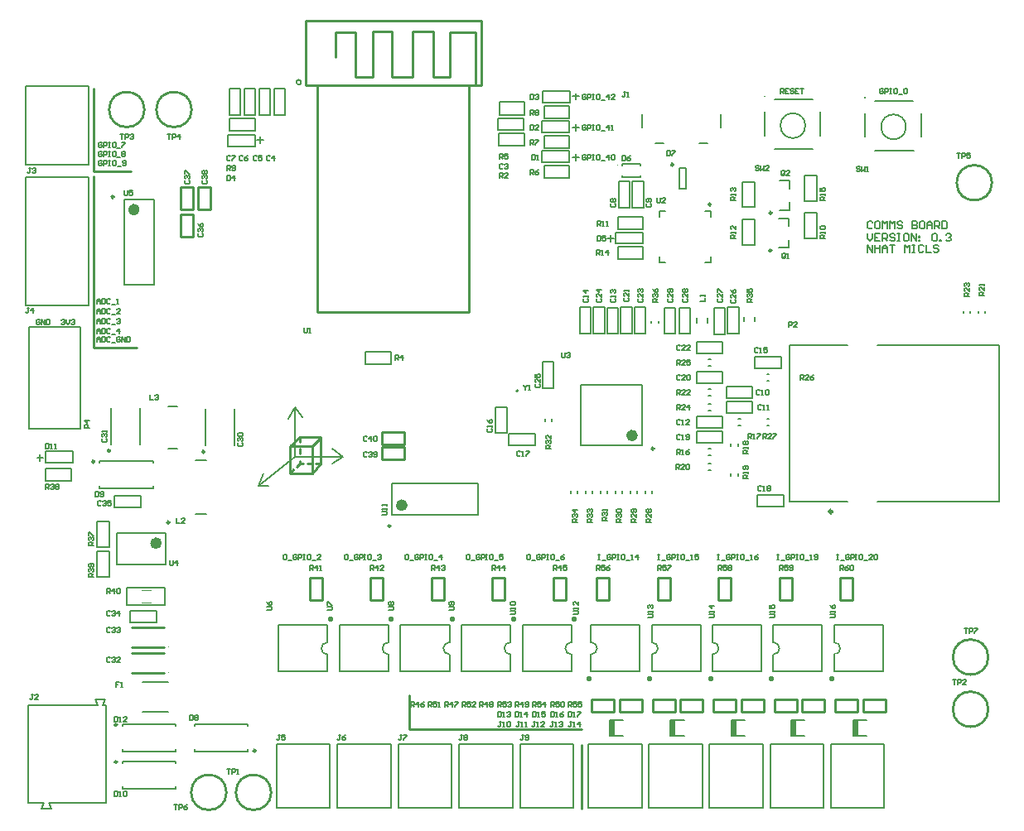
<source format=gto>
G04*
G04 #@! TF.GenerationSoftware,Altium Limited,Altium Designer,22.11.1 (43)*
G04*
G04 Layer_Color=65535*
%FSLAX44Y44*%
%MOMM*%
G71*
G04*
G04 #@! TF.SameCoordinates,FD04806B-1D24-4FBA-9A3E-9282C7D3C049*
G04*
G04*
G04 #@! TF.FilePolarity,Positive*
G04*
G01*
G75*
%ADD10C,0.6000*%
%ADD11C,0.2500*%
%ADD12C,0.2000*%
%ADD13C,0.2540*%
%ADD14C,0.1524*%
%ADD15C,0.1000*%
%ADD16C,0.3000*%
%ADD17C,0.1270*%
%ADD18C,0.1778*%
%ADD19C,0.1016*%
%ADD20R,0.5500X1.6500*%
D10*
X372150Y1142210D02*
G03*
X372150Y1142210I-3000J0D01*
G01*
X645910Y839820D02*
G03*
X645910Y839820I-3000J0D01*
G01*
X394809Y801020D02*
G03*
X394809Y801020I-3000J0D01*
G01*
X881250Y911180D02*
G03*
X881250Y911180I-3000J0D01*
G01*
D11*
X348900Y1155310D02*
G03*
X348900Y1155310I-1250J0D01*
G01*
X631560Y818570D02*
G03*
X631560Y818570I-1250J0D01*
G01*
X493720Y588730D02*
G03*
X493720Y588730I-1250J0D01*
G01*
X352060Y577354D02*
G03*
X352060Y577354I-1250J0D01*
G01*
X958938Y1147526D02*
G03*
X958938Y1147526I-1250J0D01*
G01*
X441450Y894480D02*
G03*
X441450Y894480I-1250J0D01*
G01*
X344930Y895750D02*
G03*
X344930Y895750I-1250J0D01*
G01*
X405609Y822270D02*
G03*
X405609Y822270I-1250J0D01*
G01*
X900750Y897680D02*
G03*
X900750Y897680I-1250J0D01*
G01*
X1021154Y1138946D02*
G03*
X1021154Y1138946I-1250J0D01*
G01*
X1020918Y1100336D02*
G03*
X1020918Y1100336I-1250J0D01*
G01*
X328790Y884470D02*
G03*
X328790Y884470I-1250J0D01*
G01*
X352060Y615230D02*
G03*
X352060Y615230I-1250J0D01*
G01*
X920568Y1188216D02*
G03*
X920568Y1188216I-1250J0D01*
G01*
D12*
X629420Y699670D02*
G03*
X629420Y687170I0J-6250D01*
G01*
X567090Y699670D02*
G03*
X567090Y687170I0J-6250D01*
G01*
X1084780D02*
G03*
X1084780Y699670I0J6250D01*
G01*
X1022650Y687170D02*
G03*
X1022650Y699670I0J6250D01*
G01*
X960520Y687170D02*
G03*
X960520Y699670I0J6250D01*
G01*
X898390Y687170D02*
G03*
X898390Y699670I0J6250D01*
G01*
X836260Y687170D02*
G03*
X836260Y699670I0J6250D01*
G01*
X816410D02*
G03*
X816410Y687170I0J-6250D01*
G01*
X754080Y699670D02*
G03*
X754080Y687170I0J-6250D01*
G01*
X691750Y699670D02*
G03*
X691750Y687170I0J-6250D01*
G01*
X540230Y1272590D02*
G03*
X540230Y1272590I-2500J0D01*
G01*
X761782Y956907D02*
G03*
X761782Y956907I-1000J0D01*
G01*
X258330Y1268190D02*
X323330D01*
X258330Y1187990D02*
Y1268190D01*
Y1187990D02*
X323330D01*
Y1268190D01*
Y1044480D02*
Y1175480D01*
X258330Y1044480D02*
X323330D01*
X258330D02*
Y1175480D01*
X323330D01*
X359150Y1065210D02*
X390150D01*
X359150Y1152210D02*
X390150D01*
Y1065210D02*
Y1152210D01*
X359150Y1065210D02*
Y1152210D01*
X891850Y852440D02*
Y854440D01*
X898850Y852440D02*
Y854440D01*
X883610Y852440D02*
Y854440D01*
X876610Y852440D02*
Y854440D01*
X853130Y852320D02*
Y854320D01*
X846130Y852320D02*
Y854320D01*
X632910Y829820D02*
X720910D01*
X632910Y861820D02*
X720910D01*
X632910Y829820D02*
Y861820D01*
X720910Y829820D02*
Y861820D01*
X579420Y717170D02*
X629420D01*
X579420Y669670D02*
Y717170D01*
Y669670D02*
X629420D01*
Y687170D01*
Y699670D02*
Y717170D01*
X567090Y699670D02*
Y717170D01*
Y669670D02*
Y687170D01*
X517090Y669670D02*
X567090D01*
X517090D02*
Y717170D01*
X567090D01*
X1084780Y669670D02*
Y687170D01*
Y699670D02*
Y717170D01*
X1134780D01*
Y669670D02*
Y717170D01*
X1084780Y669670D02*
X1134780D01*
X1022650D02*
Y687170D01*
Y699670D02*
Y717170D01*
X1072650D01*
Y669670D02*
Y717170D01*
X1022650Y669670D02*
X1072650D01*
X960520D02*
Y687170D01*
Y699670D02*
Y717170D01*
X1010520D01*
Y669670D02*
Y717170D01*
X960520Y669670D02*
X1010520D01*
X898390D02*
Y687170D01*
Y699670D02*
Y717170D01*
X948390D01*
Y669670D02*
Y717170D01*
X898390Y669670D02*
X948390D01*
X836260D02*
Y687170D01*
Y699670D02*
Y717170D01*
X886260D01*
Y669670D02*
Y717170D01*
X836260Y669670D02*
X886260D01*
X816410Y699670D02*
Y717170D01*
Y669670D02*
Y687170D01*
X766410Y669670D02*
X816410D01*
X766410D02*
Y717170D01*
X816410D01*
X754080Y699670D02*
Y717170D01*
Y669670D02*
Y687170D01*
X704080Y669670D02*
X754080D01*
X704080D02*
Y717170D01*
X754080D01*
X691750Y699670D02*
Y717170D01*
Y669670D02*
Y687170D01*
X641750Y669670D02*
X691750D01*
X641750D02*
Y717170D01*
X691750D01*
X430970Y613730D02*
Y615980D01*
X485970Y613730D02*
Y615980D01*
X430970Y587980D02*
Y590230D01*
X485970Y587980D02*
Y590230D01*
X430970Y615980D02*
X485970D01*
X430970Y587980D02*
X485970D01*
X412310Y550104D02*
Y552354D01*
X357310Y550104D02*
Y552354D01*
X412310Y575854D02*
Y578104D01*
X357310Y575854D02*
Y578104D01*
Y550104D02*
X412310D01*
X357310Y578104D02*
X412310D01*
X763810Y530110D02*
Y595110D01*
Y530110D02*
X818610D01*
Y595110D01*
X763810D02*
X818610D01*
X701580Y530110D02*
Y595110D01*
Y530110D02*
X756380D01*
Y595110D01*
X701580D02*
X756380D01*
X639350Y530110D02*
Y595110D01*
Y530110D02*
X694150D01*
Y595110D01*
X639350D02*
X694150D01*
X577120D02*
X631920D01*
Y530110D02*
Y595110D01*
X577120Y530110D02*
X631920D01*
X577120D02*
Y595110D01*
X514890D02*
X569690D01*
Y530110D02*
Y595110D01*
X514890Y530110D02*
X569690D01*
X514890D02*
Y595110D01*
X1019398Y530110D02*
Y595110D01*
Y530110D02*
X1074197D01*
Y595110D01*
X1019398D02*
X1074197D01*
X957485Y530110D02*
Y595110D01*
Y530110D02*
X1012285D01*
Y595110D01*
X957485D02*
X1012285D01*
X1040750Y603890D02*
Y620390D01*
Y603890D02*
X1054750D01*
X1040750Y620390D02*
X1054750D01*
X979790Y603890D02*
Y620390D01*
Y603890D02*
X993790D01*
X979790Y620390D02*
X993790D01*
X1104250Y603890D02*
Y620390D01*
Y603890D02*
X1118250D01*
X1104250Y620390D02*
X1118250D01*
X1081310Y530110D02*
Y595110D01*
Y530110D02*
X1136110D01*
Y595110D01*
X1081310D02*
X1136110D01*
X917560Y603890D02*
Y620390D01*
Y603890D02*
X931560D01*
X917560Y620390D02*
X931560D01*
X895573Y530110D02*
Y595110D01*
Y530110D02*
X950372D01*
Y595110D01*
X895573D02*
X950372D01*
X833660Y530110D02*
Y595110D01*
Y530110D02*
X888460D01*
Y595110D01*
X833660D02*
X888460D01*
X855330Y603890D02*
Y620390D01*
Y603890D02*
X869330D01*
X855330Y620390D02*
X869330D01*
X952938Y1141026D02*
X959188D01*
Y1134776D02*
Y1141026D01*
Y1088026D02*
Y1094276D01*
X952938Y1088026D02*
X959188D01*
X906188D02*
X912438D01*
X906188D02*
Y1094276D01*
Y1141026D02*
X912438D01*
X906188Y1134776D02*
Y1141026D01*
X979480Y900700D02*
Y902700D01*
X986480Y900700D02*
Y902700D01*
X986480Y870220D02*
Y872220D01*
X979480Y870220D02*
Y872220D01*
X1016150Y928060D02*
X1018150D01*
X1016150Y921060D02*
X1018150D01*
X987060D02*
X989060D01*
X987060Y928060D02*
X989060D01*
X1016270Y973780D02*
X1018270D01*
X1016270Y966780D02*
X1018270D01*
X861370Y852440D02*
Y854440D01*
X868370Y852440D02*
Y854440D01*
X822650Y852440D02*
Y854440D01*
X815650Y852440D02*
Y854440D01*
X830890Y852440D02*
Y854440D01*
X837890Y852440D02*
Y854440D01*
X442200Y900980D02*
Y937980D01*
X472200Y900980D02*
Y937980D01*
X345680Y902250D02*
Y939250D01*
X375680Y902250D02*
Y939250D01*
X377660Y628840D02*
X404660D01*
X377660Y658940D02*
X404660D01*
X274741Y529470D02*
X284741D01*
X282491Y535470D02*
X284741Y529470D01*
X274741D02*
X276991Y535470D01*
X329642Y641470D02*
X339642D01*
X337392Y635470D02*
X339642Y641470D01*
X329642D02*
X331892Y635470D01*
X340992Y535470D02*
Y635470D01*
X260991Y535470D02*
Y635470D01*
X337392D02*
X340992D01*
X260991D02*
X331892D01*
X260991Y535470D02*
X276991D01*
X282491D02*
X340992D01*
X955660Y1026160D02*
Y1031160D01*
X944260Y1026160D02*
Y1031160D01*
X262140Y917980D02*
X314440D01*
Y1022580D01*
X262140Y917980D02*
Y1022580D01*
X314440D01*
X901798Y1209796D02*
X910298D01*
X888798Y1226296D02*
Y1239796D01*
X968798Y1226296D02*
Y1239796D01*
X947298Y1209796D02*
X955798D01*
X956700Y958540D02*
X958700D01*
X956700Y951540D02*
X958700D01*
X956580Y943300D02*
X958580D01*
X956580Y936300D02*
X958580D01*
X956700Y897580D02*
X958700D01*
X956700Y890580D02*
X958700D01*
X956700Y882340D02*
X958700D01*
X956700Y875340D02*
X958700D01*
X796203Y926100D02*
Y928100D01*
X789203Y926100D02*
Y928100D01*
X432450Y831020D02*
X443450D01*
X432450Y886020D02*
X443450D01*
X404700Y897980D02*
X413700D01*
X404700Y940980D02*
X413700D01*
X898200Y1026310D02*
Y1028310D01*
X905200Y1026310D02*
Y1028310D01*
X1003470Y1027970D02*
Y1031970D01*
X992970Y1027970D02*
Y1031970D01*
X351809Y779020D02*
Y811020D01*
X401809Y779020D02*
Y811020D01*
X351809Y779020D02*
X401809D01*
X351809Y811020D02*
X401809D01*
X888250Y901180D02*
Y963180D01*
X826250Y901180D02*
Y963180D01*
Y901180D02*
X888250D01*
X826250Y963180D02*
X888250D01*
X956580Y982020D02*
X958580D01*
X956580Y989020D02*
X958580D01*
X1239210Y1036590D02*
Y1038590D01*
X1232210Y1036590D02*
Y1038590D01*
X886570Y1175370D02*
Y1177370D01*
X868570Y1175370D02*
Y1177370D01*
X886570Y1187370D02*
Y1189370D01*
X868570Y1187370D02*
Y1189370D01*
Y1175370D02*
X886570D01*
X868570Y1189370D02*
X886570D01*
X1038904Y1141946D02*
Y1149946D01*
X1028904Y1141946D02*
X1038904D01*
Y1163946D02*
Y1171946D01*
X1028904D02*
X1038904D01*
X1038668Y1103336D02*
Y1111336D01*
X1028668Y1103336D02*
X1038668D01*
Y1125336D02*
Y1133336D01*
X1028668D02*
X1038668D01*
X334040Y885220D02*
X389040D01*
X334040Y857220D02*
X389040D01*
X334040Y882970D02*
Y885220D01*
X389040Y882970D02*
Y885220D01*
X334040Y857220D02*
Y859470D01*
X389040Y857220D02*
Y859470D01*
X412310Y587980D02*
Y590230D01*
X357310Y587980D02*
Y590230D01*
X412310Y613730D02*
Y615980D01*
X357310Y613730D02*
Y615980D01*
Y587980D02*
X412310D01*
X357310Y615980D02*
X412310D01*
X933068Y1163716D02*
Y1184716D01*
X927068Y1163716D02*
Y1184716D01*
Y1163716D02*
X933068D01*
X927068Y1184716D02*
X933068D01*
X1216970Y1036590D02*
Y1038590D01*
X1223970Y1036590D02*
Y1038590D01*
D13*
X509490Y546100D02*
G03*
X509490Y546100I-18000J0D01*
G01*
X1242280Y684530D02*
G03*
X1242280Y684530I-18000J0D01*
G01*
X379950Y1244600D02*
G03*
X379950Y1244600I-18000J0D01*
G01*
X428210D02*
G03*
X428210Y1244600I-18000J0D01*
G01*
X463770Y546100D02*
G03*
X463770Y546100I-18000J0D01*
G01*
X1242280Y631190D02*
G03*
X1242280Y631190I-18000J0D01*
G01*
X1246090Y1169670D02*
G03*
X1246090Y1169670I-18000J0D01*
G01*
X554990Y882650D02*
X560070D01*
X551180Y872490D02*
X560070Y882650D01*
Y909320D01*
X546100Y882650D02*
X549910D01*
X538480D02*
X542290D01*
X535305Y879475D02*
X538480Y882650D01*
X528320Y872490D02*
X532130Y876300D01*
X538480Y882650D02*
Y885190D01*
Y892810D02*
Y897890D01*
Y904240D02*
Y909320D01*
X528320Y900430D02*
X538480Y909320D01*
X528320Y900430D02*
X538480Y909320D01*
X541020D01*
X560070D01*
X558800Y908050D02*
X560070Y909320D01*
X551180Y900430D02*
X558800Y908050D01*
X551180Y872490D02*
Y900430D01*
X528320Y872490D02*
Y900430D01*
X551180D01*
Y872490D02*
Y900430D01*
X528320Y872490D02*
X551180D01*
X327660Y1181100D02*
X365760D01*
X327660D02*
Y1188720D01*
Y1266190D01*
X826770Y529590D02*
Y594360D01*
X327660Y1000760D02*
X372110D01*
X327660D02*
Y1176020D01*
X447040Y1142720D02*
Y1165580D01*
X434340Y1142720D02*
X447040D01*
X434340D02*
Y1165580D01*
X447040D01*
X429260Y1142720D02*
Y1165580D01*
X416560Y1142720D02*
X429260D01*
X416560D02*
Y1165580D01*
X429260D01*
Y1114780D02*
Y1137640D01*
X416560Y1114780D02*
X429260D01*
X416560D02*
Y1137640D01*
X429260D01*
X622300Y901700D02*
X645160D01*
X622300D02*
Y914400D01*
X645160D01*
Y901700D02*
Y914400D01*
X622300Y886460D02*
X645160D01*
X622300D02*
Y899160D01*
X645160D01*
Y886460D02*
Y899160D01*
X650240Y610870D02*
X826770D01*
X650240D02*
Y645160D01*
X865810Y628650D02*
X888670D01*
X865810D02*
Y641350D01*
X888670D01*
Y628650D02*
Y641350D01*
X899390Y628650D02*
Y641350D01*
Y628650D02*
X922250D01*
Y641350D01*
X899390D02*
X922250D01*
X950800Y628650D02*
Y641350D01*
X927940D02*
X950800D01*
X927940Y628650D02*
Y641350D01*
Y628650D02*
X950800D01*
X961520D02*
Y641350D01*
Y628650D02*
X984380D01*
Y641350D01*
X961520D02*
X984380D01*
X990070Y628650D02*
X1012930D01*
X990070D02*
Y641350D01*
X1012930D01*
Y628650D02*
Y641350D01*
X1023620Y628650D02*
Y641350D01*
Y628650D02*
X1046480D01*
Y641350D01*
X1023620D02*
X1046480D01*
X1075060Y628650D02*
Y641350D01*
X1052200D02*
X1075060D01*
X1052200Y628650D02*
Y641350D01*
Y628650D02*
X1075060D01*
X1085780Y641350D02*
X1108640D01*
Y628650D02*
Y641350D01*
X1085780Y628650D02*
X1108640D01*
X1085780D02*
Y641350D01*
X1114330Y628650D02*
X1137190D01*
X1114330D02*
Y641350D01*
X1137190D01*
Y628650D02*
Y641350D01*
X837260D02*
X860120D01*
Y628650D02*
Y641350D01*
X837260Y628650D02*
X860120D01*
X837260D02*
Y641350D01*
X623570Y742950D02*
Y765810D01*
X610870Y742950D02*
X623570D01*
X610870D02*
Y765810D01*
X623570D01*
X561340Y742950D02*
Y765810D01*
X548640Y742950D02*
X561340D01*
X548640D02*
Y765810D01*
X561340D01*
X685800Y742950D02*
Y765810D01*
X673100Y742950D02*
X685800D01*
X673100D02*
Y765810D01*
X685800D01*
X810260Y742950D02*
Y765810D01*
X797560Y742950D02*
X810260D01*
X797560D02*
Y765810D01*
X810260D01*
X748030Y742950D02*
Y765810D01*
X735330Y742950D02*
X748030D01*
X735330D02*
Y765810D01*
X748030D01*
X367030Y688340D02*
X400050D01*
X367030Y668020D02*
X400050D01*
X367030Y694690D02*
X400050D01*
X367030Y715010D02*
X400050D01*
X842010Y742950D02*
X854710D01*
Y765810D01*
X842010D02*
X854710D01*
X842010Y742950D02*
Y765810D01*
X904240Y742950D02*
X916940D01*
Y765810D01*
X904240D02*
X916940D01*
X904240Y742950D02*
Y765810D01*
X966470Y742950D02*
X979170D01*
Y765810D01*
X966470D02*
X979170D01*
X966470Y742950D02*
Y765810D01*
X1028700Y742950D02*
X1041400D01*
Y765810D01*
X1028700D02*
X1041400D01*
X1028700Y742950D02*
Y765810D01*
X1090930Y742950D02*
X1103630D01*
Y765810D01*
X1090930D02*
X1103630D01*
X1090930Y742950D02*
Y765810D01*
X711730Y1269090D02*
X724480D01*
X711730Y1037090D02*
Y1269090D01*
X575230Y1298340D02*
Y1323840D01*
X575730D01*
X595730D01*
Y1277840D02*
Y1323840D01*
Y1277840D02*
X613730D01*
Y1324840D01*
X632980D01*
Y1277840D02*
Y1324840D01*
Y1277840D02*
X654230D01*
Y1324340D01*
X674980D01*
Y1277590D02*
Y1324340D01*
Y1277590D02*
X692480D01*
Y1323340D01*
X718230D01*
Y1269090D02*
Y1323340D01*
X556730Y1269090D02*
X711730D01*
X556730Y1037090D02*
Y1269090D01*
X544730D02*
X556730D01*
X544730D02*
Y1335340D01*
X724480D01*
Y1269090D02*
Y1335340D01*
X556730Y1037090D02*
X711730D01*
X630636Y725170D02*
X633175D01*
Y722631D01*
X630636D01*
Y725170D01*
X568306Y725170D02*
X570845D01*
Y722631D01*
X568306D01*
Y725170D01*
X1083564Y661670D02*
X1081025D01*
Y664209D01*
X1083564D01*
Y661670D01*
X1021434Y661670D02*
X1018895D01*
Y664209D01*
X1021434D01*
Y661670D01*
X959304Y661670D02*
X956765D01*
Y664209D01*
X959304D01*
Y661670D01*
X897174Y661670D02*
X894635D01*
Y664209D01*
X897174D01*
Y661670D01*
X835044Y661670D02*
X832505D01*
Y664209D01*
X835044D01*
Y661670D01*
X817626Y725170D02*
X820165D01*
Y722631D01*
X817626D01*
Y725170D01*
X755296Y725170D02*
X757835D01*
Y722631D01*
X755296D01*
Y725170D01*
X692966Y725170D02*
X695505D01*
Y722631D01*
X692966D01*
Y725170D01*
D14*
X1158240Y1226820D02*
G03*
X1158240Y1226820I-12700J0D01*
G01*
X1055370Y1228090D02*
G03*
X1055370Y1228090I-12700J0D01*
G01*
X890190Y1144124D02*
Y1169270D01*
X878506Y1144124D02*
X890190D01*
X878506D02*
Y1171029D01*
X890190D01*
Y1169270D02*
Y1171029D01*
X876220Y1144124D02*
Y1169270D01*
X864536Y1144124D02*
X876220D01*
X864536D02*
Y1171029D01*
X876220D01*
Y1169270D02*
Y1171029D01*
X1173480Y1216660D02*
Y1240790D01*
X1126490Y1253490D02*
X1165606D01*
X1116330Y1216660D02*
Y1240790D01*
X1126490Y1202690D02*
X1165860D01*
X1070610Y1217930D02*
Y1242060D01*
X1023620Y1254760D02*
X1062736D01*
X1013460Y1217930D02*
Y1242060D01*
X1023620Y1203960D02*
X1062990D01*
X631048Y983996D02*
X632064D01*
Y997204D01*
X606156D02*
X632064D01*
X606156Y983996D02*
Y997204D01*
Y983996D02*
X631048D01*
X1005706Y991362D02*
X1030852D01*
Y979678D02*
Y991362D01*
X1003947Y979678D02*
X1030852D01*
X1003947D02*
Y991362D01*
X1005706D01*
X742696Y1252474D02*
X743712D01*
X742696Y1239266D02*
Y1252474D01*
Y1239266D02*
X768604D01*
Y1252474D01*
X743712D02*
X768604D01*
X974598Y933958D02*
X999744D01*
X974598D02*
Y945642D01*
X1001503D01*
Y933958D02*
Y945642D01*
X999744Y933958D02*
X1001503D01*
X944118Y994918D02*
X969264D01*
X944118D02*
Y1006602D01*
X971023D01*
Y994918D02*
Y1006602D01*
X969264Y994918D02*
X971023D01*
X969264Y903478D02*
X971023D01*
Y915162D01*
X944118D02*
X971023D01*
X944118Y903478D02*
Y915162D01*
Y903478D02*
X969264D01*
X878332Y1015238D02*
Y1040384D01*
X866648Y1015238D02*
X878332D01*
X866648D02*
Y1042143D01*
X878332D01*
Y1040384D02*
Y1042143D01*
X864362Y1015118D02*
Y1040264D01*
X852678Y1015118D02*
X864362D01*
X852678D02*
Y1042023D01*
X864362D01*
Y1040264D02*
Y1042023D01*
X824738Y1017016D02*
Y1042162D01*
X836422D01*
Y1015257D02*
Y1042162D01*
X824738Y1015257D02*
X836422D01*
X824738D02*
Y1017016D01*
X798322Y959358D02*
Y984504D01*
X786638Y959358D02*
X798322D01*
X786638D02*
Y986263D01*
X798322D01*
Y984504D02*
Y986263D01*
X1031494Y838708D02*
X1033253D01*
Y850392D01*
X1006348D02*
X1033253D01*
X1006348Y838708D02*
Y850392D01*
Y838708D02*
X1031494D01*
X464820Y1218692D02*
X466090D01*
X464820Y1209802D02*
Y1218692D01*
Y1207008D02*
Y1209802D01*
Y1207008D02*
X492760D01*
Y1218692D01*
X466090D02*
X492760D01*
X491998Y1222756D02*
X493014D01*
Y1235964D01*
X467106D02*
X493014D01*
X467106Y1222756D02*
Y1235964D01*
Y1222756D02*
X491998D01*
X524002Y1263904D02*
Y1265663D01*
X512318D02*
X524002D01*
X512318Y1238758D02*
Y1265663D01*
Y1238758D02*
X524002D01*
Y1263904D01*
X766064Y1223518D02*
X767823D01*
Y1235202D01*
X740918D02*
X767823D01*
X740918Y1223518D02*
Y1235202D01*
Y1223518D02*
X766064D01*
X742076Y1220724D02*
X743092D01*
X742076Y1207516D02*
Y1220724D01*
Y1207516D02*
X767984D01*
Y1220724D01*
X743092D02*
X767984D01*
X478282Y1263904D02*
Y1265663D01*
X466598D02*
X478282D01*
X466598Y1238758D02*
Y1265663D01*
Y1238758D02*
X478282D01*
Y1263904D01*
X493522D02*
Y1265663D01*
X481838D02*
X493522D01*
X481838Y1238758D02*
Y1265663D01*
Y1238758D02*
X493522D01*
Y1263904D01*
X508762D02*
Y1265663D01*
X497078D02*
X508762D01*
X497078Y1238758D02*
Y1265663D01*
Y1238758D02*
X508762D01*
Y1263904D01*
X892302Y1040384D02*
Y1042143D01*
X880618D02*
X892302D01*
X880618Y1015238D02*
Y1042143D01*
Y1015238D02*
X892302D01*
Y1040384D01*
X944137Y930402D02*
X945896D01*
X944137Y918718D02*
Y930402D01*
Y918718D02*
X971042D01*
Y930402D01*
X945896D02*
X971042D01*
X969264Y964438D02*
X971023D01*
Y976122D01*
X944118D02*
X971023D01*
X944118Y964438D02*
Y976122D01*
Y964438D02*
X969264D01*
X974598Y949198D02*
X999744D01*
X974598D02*
Y960882D01*
X1001503D01*
Y949198D02*
Y960882D01*
X999744Y949198D02*
X1001503D01*
X987552Y1040384D02*
Y1042143D01*
X975868D02*
X987552D01*
X975868Y1015238D02*
Y1042143D01*
Y1015238D02*
X987552D01*
Y1040384D01*
X738601Y913537D02*
Y915296D01*
Y913537D02*
X750285D01*
Y940442D01*
X738601D02*
X750285D01*
X738601Y915296D02*
Y940442D01*
X752590Y912622D02*
X754349D01*
X752590Y900938D02*
Y912622D01*
Y900938D02*
X779495D01*
Y912622D01*
X754349D02*
X779495D01*
X973582Y1040144D02*
Y1041903D01*
X961898D02*
X973582D01*
X961898Y1014998D02*
Y1041903D01*
Y1014998D02*
X973582D01*
Y1040144D01*
X926338Y1015137D02*
Y1016896D01*
Y1015137D02*
X938022D01*
Y1042042D01*
X926338D02*
X938022D01*
X926338Y1016896D02*
Y1042042D01*
X911098Y1015137D02*
Y1016896D01*
Y1015137D02*
X922782D01*
Y1042042D01*
X911098D02*
X922782D01*
X911098Y1016896D02*
Y1042042D01*
X850392Y1040384D02*
Y1042143D01*
X838708D02*
X850392D01*
X838708Y1015238D02*
Y1042143D01*
Y1015238D02*
X850392D01*
Y1040384D01*
X888666Y1121892D02*
X889682D01*
Y1135100D01*
X863774D02*
X889682D01*
X863774Y1121892D02*
Y1135100D01*
Y1121892D02*
X888666D01*
X861742Y1107414D02*
X888412D01*
X861742D02*
Y1119098D01*
X889682D01*
Y1116304D02*
Y1119098D01*
Y1107414D02*
Y1116304D01*
X888412Y1107414D02*
X889682D01*
X864790Y1104620D02*
X889682D01*
Y1091412D02*
Y1104620D01*
X863774Y1091412D02*
X889682D01*
X863774D02*
Y1104620D01*
X864790D01*
X1054274Y1152118D02*
Y1177010D01*
X1067482D01*
Y1151102D02*
Y1177010D01*
X1054274Y1151102D02*
X1067482D01*
X1054274D02*
Y1152118D01*
Y1114018D02*
Y1138910D01*
X1067482D01*
Y1113002D02*
Y1138910D01*
X1054274Y1113002D02*
X1067482D01*
X1054274D02*
Y1114018D01*
X990774Y1145768D02*
Y1170660D01*
X1003982D01*
Y1144752D02*
Y1170660D01*
X990774Y1144752D02*
X1003982D01*
X990774D02*
Y1145768D01*
Y1107048D02*
Y1131940D01*
X1003982D01*
Y1106032D02*
Y1131940D01*
X990774Y1106032D02*
X1003982D01*
X990774D02*
Y1107048D01*
X786560Y1263291D02*
X787830D01*
X786560Y1254401D02*
Y1263291D01*
Y1251607D02*
Y1254401D01*
Y1251607D02*
X814500D01*
Y1263291D01*
X787830D02*
X814500D01*
X813308Y1235456D02*
X814324D01*
Y1248664D01*
X788416D02*
X814324D01*
X788416Y1235456D02*
Y1248664D01*
Y1235456D02*
X813308D01*
X786130Y1232662D02*
X787400D01*
X786130Y1223772D02*
Y1232662D01*
Y1220978D02*
Y1223772D01*
Y1220978D02*
X814070D01*
Y1232662D01*
X787400D02*
X814070D01*
X813308Y1204976D02*
X814324D01*
Y1218184D01*
X788416D02*
X814324D01*
X788416Y1204976D02*
Y1218184D01*
Y1204976D02*
X813308D01*
X786130Y1202182D02*
X787400D01*
X786130Y1193292D02*
Y1202182D01*
Y1190498D02*
Y1193292D01*
Y1190498D02*
X814070D01*
Y1202182D01*
X787400D02*
X814070D01*
X813308Y1174496D02*
X814324D01*
Y1187704D01*
X788416D02*
X814324D01*
X788416Y1174496D02*
Y1187704D01*
Y1174496D02*
X813308D01*
X349377Y837438D02*
X374523D01*
X349377D02*
Y849122D01*
X376282D01*
Y837438D02*
Y849122D01*
X374523Y837438D02*
X376282D01*
X331216Y767842D02*
Y792734D01*
X344424D01*
Y766826D02*
Y792734D01*
X331216Y766826D02*
X344424D01*
X331216D02*
Y767842D01*
Y798322D02*
Y823214D01*
X344424D01*
Y797306D02*
Y823214D01*
X331216Y797306D02*
X344424D01*
X331216D02*
Y798322D01*
X365463Y719800D02*
X390609D01*
X365463D02*
Y731484D01*
X392368D01*
Y719800D02*
Y731484D01*
X390609Y719800D02*
X392368D01*
X280162Y877824D02*
X305054D01*
Y864616D02*
Y877824D01*
X279146Y864616D02*
X305054D01*
X279146D02*
Y877824D01*
X280162D01*
X279020Y883158D02*
X305690D01*
X279020D02*
Y894842D01*
X306960D01*
Y892048D02*
Y894842D01*
Y883158D02*
Y892048D01*
X305690Y883158D02*
X306960D01*
X1119124Y1098804D02*
Y1106422D01*
X1124202Y1098804D01*
Y1106422D01*
X1126741D02*
Y1098804D01*
Y1102613D01*
X1131820D01*
Y1106422D01*
Y1098804D01*
X1134359D02*
Y1103882D01*
X1136898Y1106422D01*
X1139437Y1103882D01*
Y1098804D01*
Y1102613D01*
X1134359D01*
X1141977Y1106422D02*
X1147055D01*
X1144516D01*
Y1098804D01*
X1157212D02*
Y1106422D01*
X1159751Y1103882D01*
X1162290Y1106422D01*
Y1098804D01*
X1164829Y1106422D02*
X1167368D01*
X1166099D01*
Y1098804D01*
X1164829D01*
X1167368D01*
X1176255Y1105152D02*
X1174986Y1106422D01*
X1172447D01*
X1171177Y1105152D01*
Y1100074D01*
X1172447Y1098804D01*
X1174986D01*
X1176255Y1100074D01*
X1178795Y1106422D02*
Y1098804D01*
X1183873D01*
X1191491Y1105152D02*
X1190221Y1106422D01*
X1187682D01*
X1186412Y1105152D01*
Y1103882D01*
X1187682Y1102613D01*
X1190221D01*
X1191491Y1101343D01*
Y1100074D01*
X1190221Y1098804D01*
X1187682D01*
X1186412Y1100074D01*
X1119124Y1117851D02*
Y1112773D01*
X1121663Y1110234D01*
X1124202Y1112773D01*
Y1117851D01*
X1131820D02*
X1126741D01*
Y1110234D01*
X1131820D01*
X1126741Y1114043D02*
X1129281D01*
X1134359Y1110234D02*
Y1117851D01*
X1138168D01*
X1139437Y1116582D01*
Y1114043D01*
X1138168Y1112773D01*
X1134359D01*
X1136898D02*
X1139437Y1110234D01*
X1147055Y1116582D02*
X1145785Y1117851D01*
X1143246D01*
X1141977Y1116582D01*
Y1115312D01*
X1143246Y1114043D01*
X1145785D01*
X1147055Y1112773D01*
Y1111504D01*
X1145785Y1110234D01*
X1143246D01*
X1141977Y1111504D01*
X1149594Y1117851D02*
X1152133D01*
X1150864D01*
Y1110234D01*
X1149594D01*
X1152133D01*
X1159751Y1117851D02*
X1157212D01*
X1155942Y1116582D01*
Y1111504D01*
X1157212Y1110234D01*
X1159751D01*
X1161020Y1111504D01*
Y1116582D01*
X1159751Y1117851D01*
X1163560Y1110234D02*
Y1117851D01*
X1168638Y1110234D01*
Y1117851D01*
X1171177Y1115312D02*
X1172447D01*
Y1114043D01*
X1171177D01*
Y1115312D01*
Y1111504D02*
X1172447D01*
Y1110234D01*
X1171177D01*
Y1111504D01*
X1185143Y1116582D02*
X1186412Y1117851D01*
X1188951D01*
X1190221Y1116582D01*
Y1111504D01*
X1188951Y1110234D01*
X1186412D01*
X1185143Y1111504D01*
Y1116582D01*
X1192760Y1110234D02*
Y1111504D01*
X1194030D01*
Y1110234D01*
X1192760D01*
X1199108Y1116582D02*
X1200378Y1117851D01*
X1202917D01*
X1204186Y1116582D01*
Y1115312D01*
X1202917Y1114043D01*
X1201647D01*
X1202917D01*
X1204186Y1112773D01*
Y1111504D01*
X1202917Y1110234D01*
X1200378D01*
X1199108Y1111504D01*
X1124202Y1129282D02*
X1122933Y1130552D01*
X1120394D01*
X1119124Y1129282D01*
Y1124204D01*
X1120394Y1122934D01*
X1122933D01*
X1124202Y1124204D01*
X1130550Y1130552D02*
X1128011D01*
X1126741Y1129282D01*
Y1124204D01*
X1128011Y1122934D01*
X1130550D01*
X1131820Y1124204D01*
Y1129282D01*
X1130550Y1130552D01*
X1134359Y1122934D02*
Y1130552D01*
X1136898Y1128012D01*
X1139437Y1130552D01*
Y1122934D01*
X1141977D02*
Y1130552D01*
X1144516Y1128012D01*
X1147055Y1130552D01*
Y1122934D01*
X1154672Y1129282D02*
X1153403Y1130552D01*
X1150864D01*
X1149594Y1129282D01*
Y1128012D01*
X1150864Y1126743D01*
X1153403D01*
X1154672Y1125473D01*
Y1124204D01*
X1153403Y1122934D01*
X1150864D01*
X1149594Y1124204D01*
X1164829Y1130552D02*
Y1122934D01*
X1168638D01*
X1169908Y1124204D01*
Y1125473D01*
X1168638Y1126743D01*
X1164829D01*
X1168638D01*
X1169908Y1128012D01*
Y1129282D01*
X1168638Y1130552D01*
X1164829D01*
X1176255D02*
X1173716D01*
X1172447Y1129282D01*
Y1124204D01*
X1173716Y1122934D01*
X1176255D01*
X1177525Y1124204D01*
Y1129282D01*
X1176255Y1130552D01*
X1180064Y1122934D02*
Y1128012D01*
X1182604Y1130552D01*
X1185143Y1128012D01*
Y1122934D01*
Y1126743D01*
X1180064D01*
X1187682Y1122934D02*
Y1130552D01*
X1191491D01*
X1192760Y1129282D01*
Y1126743D01*
X1191491Y1125473D01*
X1187682D01*
X1190221D02*
X1192760Y1122934D01*
X1195299Y1130552D02*
Y1122934D01*
X1199108D01*
X1200378Y1124204D01*
Y1129282D01*
X1199108Y1130552D01*
X1195299D01*
D15*
X405040Y668680D02*
G03*
X405040Y668680I-500J0D01*
G01*
Y695350D02*
G03*
X405040Y695350I-500J0D01*
G01*
X863570Y1187370D02*
G03*
X863570Y1187370I-500J0D01*
G01*
D16*
X1082790Y833270D02*
G03*
X1082790Y833270I-1500J0D01*
G01*
D17*
X533400Y939800D02*
X541020Y929640D01*
X527050Y928370D02*
X533400Y939800D01*
X496570Y859790D02*
X506730D01*
X496570D02*
X501650Y872490D01*
X571500Y882650D02*
X582930Y889000D01*
X571500Y897890D02*
X582930Y889000D01*
X533400D02*
X582930D01*
X496570Y859790D02*
X533400Y889000D01*
Y939800D01*
X1039490Y843270D02*
Y1003270D01*
X1253490Y843270D02*
Y1003270D01*
X1129290D02*
X1253490D01*
X1039490D02*
X1098290D01*
X1129290Y843270D02*
X1253490D01*
X1039490D02*
X1098290D01*
X362331Y738124D02*
X401193D01*
Y755142D01*
X362331D02*
X401193D01*
X362331Y738124D02*
Y755142D01*
X831334Y1259333D02*
X830488Y1260180D01*
X828795D01*
X827949Y1259333D01*
Y1255948D01*
X828795Y1255101D01*
X830488D01*
X831334Y1255948D01*
Y1257641D01*
X829641D01*
X833027Y1255101D02*
Y1260180D01*
X835566D01*
X836413Y1259333D01*
Y1257641D01*
X835566Y1256794D01*
X833027D01*
X838105Y1260180D02*
X839798D01*
X838952D01*
Y1255101D01*
X838105D01*
X839798D01*
X844876Y1260180D02*
X843184D01*
X842337Y1259333D01*
Y1255948D01*
X843184Y1255101D01*
X844876D01*
X845723Y1255948D01*
Y1259333D01*
X844876Y1260180D01*
X847416Y1254255D02*
X850801D01*
X855033Y1255101D02*
Y1260180D01*
X852494Y1257641D01*
X855880D01*
X860958Y1255101D02*
X857572D01*
X860958Y1258487D01*
Y1259333D01*
X860111Y1260180D01*
X858419D01*
X857572Y1259333D01*
X831334Y1227583D02*
X830488Y1228430D01*
X828795D01*
X827949Y1227583D01*
Y1224198D01*
X828795Y1223352D01*
X830488D01*
X831334Y1224198D01*
Y1225891D01*
X829641D01*
X833027Y1223352D02*
Y1228430D01*
X835566D01*
X836413Y1227583D01*
Y1225891D01*
X835566Y1225044D01*
X833027D01*
X838105Y1228430D02*
X839798D01*
X838952D01*
Y1223352D01*
X838105D01*
X839798D01*
X844876Y1228430D02*
X843184D01*
X842337Y1227583D01*
Y1224198D01*
X843184Y1223352D01*
X844876D01*
X845723Y1224198D01*
Y1227583D01*
X844876Y1228430D01*
X847416Y1222505D02*
X850801D01*
X855033Y1223352D02*
Y1228430D01*
X852494Y1225891D01*
X855880D01*
X857572Y1223352D02*
X859265D01*
X858419D01*
Y1228430D01*
X857572Y1227583D01*
X831334Y1197608D02*
X830488Y1198455D01*
X828795D01*
X827949Y1197608D01*
Y1194223D01*
X828795Y1193376D01*
X830488D01*
X831334Y1194223D01*
Y1195916D01*
X829641D01*
X833027Y1193376D02*
Y1198455D01*
X835566D01*
X836413Y1197608D01*
Y1195916D01*
X835566Y1195069D01*
X833027D01*
X838105Y1198455D02*
X839798D01*
X838952D01*
Y1193376D01*
X838105D01*
X839798D01*
X844876Y1198455D02*
X843184D01*
X842337Y1197608D01*
Y1194223D01*
X843184Y1193376D01*
X844876D01*
X845723Y1194223D01*
Y1197608D01*
X844876Y1198455D01*
X847416Y1192530D02*
X850801D01*
X855033Y1193376D02*
Y1198455D01*
X852494Y1195916D01*
X855880D01*
X857572Y1197608D02*
X858419Y1198455D01*
X860111D01*
X860958Y1197608D01*
Y1194223D01*
X860111Y1193376D01*
X858419D01*
X857572Y1194223D01*
Y1197608D01*
X1134956Y1264918D02*
X1134109Y1265765D01*
X1132416D01*
X1131570Y1264918D01*
Y1261533D01*
X1132416Y1260686D01*
X1134109D01*
X1134956Y1261533D01*
Y1263226D01*
X1133263D01*
X1136648Y1260686D02*
Y1265765D01*
X1139187D01*
X1140034Y1264918D01*
Y1263226D01*
X1139187Y1262379D01*
X1136648D01*
X1141727Y1265765D02*
X1143419D01*
X1142573D01*
Y1260686D01*
X1141727D01*
X1143419D01*
X1148498Y1265765D02*
X1146805D01*
X1145959Y1264918D01*
Y1261533D01*
X1146805Y1260686D01*
X1148498D01*
X1149344Y1261533D01*
Y1264918D01*
X1148498Y1265765D01*
X1151037Y1259840D02*
X1154423D01*
X1156115Y1264918D02*
X1156962Y1265765D01*
X1158655D01*
X1159501Y1264918D01*
Y1261533D01*
X1158655Y1260686D01*
X1156962D01*
X1156115Y1261533D01*
Y1264918D01*
X1029970Y1261110D02*
Y1266188D01*
X1032509D01*
X1033356Y1265342D01*
Y1263649D01*
X1032509Y1262803D01*
X1029970D01*
X1031663D02*
X1033356Y1261110D01*
X1038434Y1266188D02*
X1035048D01*
Y1261110D01*
X1038434D01*
X1035048Y1263649D02*
X1036741D01*
X1043512Y1265342D02*
X1042666Y1266188D01*
X1040973D01*
X1040127Y1265342D01*
Y1264496D01*
X1040973Y1263649D01*
X1042666D01*
X1043512Y1262803D01*
Y1261956D01*
X1042666Y1261110D01*
X1040973D01*
X1040127Y1261956D01*
X1048591Y1266188D02*
X1045205D01*
Y1261110D01*
X1048591D01*
X1045205Y1263649D02*
X1046898D01*
X1050283Y1266188D02*
X1053669D01*
X1051976D01*
Y1261110D01*
X336217Y1191208D02*
X335371Y1192054D01*
X333678D01*
X332832Y1191208D01*
Y1187822D01*
X333678Y1186976D01*
X335371D01*
X336217Y1187822D01*
Y1189515D01*
X334524D01*
X337910Y1186976D02*
Y1192054D01*
X340449D01*
X341296Y1191208D01*
Y1189515D01*
X340449Y1188669D01*
X337910D01*
X342988Y1192054D02*
X344681D01*
X343835D01*
Y1186976D01*
X342988D01*
X344681D01*
X349759Y1192054D02*
X348067D01*
X347220Y1191208D01*
Y1187822D01*
X348067Y1186976D01*
X349759D01*
X350606Y1187822D01*
Y1191208D01*
X349759Y1192054D01*
X352299Y1186130D02*
X355684D01*
X357377Y1187822D02*
X358223Y1186976D01*
X359916D01*
X360763Y1187822D01*
Y1191208D01*
X359916Y1192054D01*
X358223D01*
X357377Y1191208D01*
Y1190361D01*
X358223Y1189515D01*
X360763D01*
X336126Y1200758D02*
X335279Y1201605D01*
X333586D01*
X332740Y1200758D01*
Y1197373D01*
X333586Y1196526D01*
X335279D01*
X336126Y1197373D01*
Y1199065D01*
X334433D01*
X337818Y1196526D02*
Y1201605D01*
X340358D01*
X341204Y1200758D01*
Y1199065D01*
X340358Y1198219D01*
X337818D01*
X342897Y1201605D02*
X344590D01*
X343743D01*
Y1196526D01*
X342897D01*
X344590D01*
X349668Y1201605D02*
X347975D01*
X347129Y1200758D01*
Y1197373D01*
X347975Y1196526D01*
X349668D01*
X350514Y1197373D01*
Y1200758D01*
X349668Y1201605D01*
X352207Y1195680D02*
X355593D01*
X357285Y1200758D02*
X358132Y1201605D01*
X359825D01*
X360671Y1200758D01*
Y1199912D01*
X359825Y1199065D01*
X360671Y1198219D01*
Y1197373D01*
X359825Y1196526D01*
X358132D01*
X357285Y1197373D01*
Y1198219D01*
X358132Y1199065D01*
X357285Y1199912D01*
Y1200758D01*
X358132Y1199065D02*
X359825D01*
X336126Y1210308D02*
X335279Y1211155D01*
X333586D01*
X332740Y1210308D01*
Y1206923D01*
X333586Y1206076D01*
X335279D01*
X336126Y1206923D01*
Y1208616D01*
X334433D01*
X337818Y1206076D02*
Y1211155D01*
X340358D01*
X341204Y1210308D01*
Y1208616D01*
X340358Y1207769D01*
X337818D01*
X342897Y1211155D02*
X344590D01*
X343743D01*
Y1206076D01*
X342897D01*
X344590D01*
X349668Y1211155D02*
X347975D01*
X347129Y1210308D01*
Y1206923D01*
X347975Y1206076D01*
X349668D01*
X350514Y1206923D01*
Y1210308D01*
X349668Y1211155D01*
X352207Y1205230D02*
X355593D01*
X357285Y1211155D02*
X360671D01*
Y1210308D01*
X357285Y1206923D01*
Y1206076D01*
X1026174Y789515D02*
X1027867D01*
X1027020D01*
Y784436D01*
X1026174D01*
X1027867D01*
X1030406Y783590D02*
X1033791D01*
X1038870Y788668D02*
X1038023Y789515D01*
X1036330D01*
X1035484Y788668D01*
Y785283D01*
X1036330Y784436D01*
X1038023D01*
X1038870Y785283D01*
Y786976D01*
X1037177D01*
X1040562Y784436D02*
Y789515D01*
X1043102D01*
X1043948Y788668D01*
Y786976D01*
X1043102Y786129D01*
X1040562D01*
X1045641Y789515D02*
X1047334D01*
X1046487D01*
Y784436D01*
X1045641D01*
X1047334D01*
X1052412Y789515D02*
X1050719D01*
X1049873Y788668D01*
Y785283D01*
X1050719Y784436D01*
X1052412D01*
X1053258Y785283D01*
Y788668D01*
X1052412Y789515D01*
X1054951Y783590D02*
X1058337D01*
X1060030Y784436D02*
X1061722D01*
X1060876D01*
Y789515D01*
X1060030Y788668D01*
X1064261Y785283D02*
X1065108Y784436D01*
X1066801D01*
X1067647Y785283D01*
Y788668D01*
X1066801Y789515D01*
X1065108D01*
X1064261Y788668D01*
Y787822D01*
X1065108Y786976D01*
X1067647D01*
X1087120Y789515D02*
X1088813D01*
X1087966D01*
Y784436D01*
X1087120D01*
X1088813D01*
X1091352Y783590D02*
X1094737D01*
X1099816Y788668D02*
X1098969Y789515D01*
X1097277D01*
X1096430Y788668D01*
Y785283D01*
X1097277Y784436D01*
X1098969D01*
X1099816Y785283D01*
Y786976D01*
X1098123D01*
X1101509Y784436D02*
Y789515D01*
X1104048D01*
X1104894Y788668D01*
Y786976D01*
X1104048Y786129D01*
X1101509D01*
X1106587Y789515D02*
X1108280D01*
X1107433D01*
Y784436D01*
X1106587D01*
X1108280D01*
X1113358Y789515D02*
X1111665D01*
X1110819Y788668D01*
Y785283D01*
X1111665Y784436D01*
X1113358D01*
X1114204Y785283D01*
Y788668D01*
X1113358Y789515D01*
X1115897Y783590D02*
X1119283D01*
X1124361Y784436D02*
X1120976D01*
X1124361Y787822D01*
Y788668D01*
X1123515Y789515D01*
X1121822D01*
X1120976Y788668D01*
X1126054D02*
X1126900Y789515D01*
X1128593D01*
X1129439Y788668D01*
Y785283D01*
X1128593Y784436D01*
X1126900D01*
X1126054Y785283D01*
Y788668D01*
X904281Y789515D02*
X905974D01*
X905128D01*
Y784436D01*
X904281D01*
X905974D01*
X908513Y783590D02*
X911899D01*
X916977Y788668D02*
X916131Y789515D01*
X914438D01*
X913592Y788668D01*
Y785283D01*
X914438Y784436D01*
X916131D01*
X916977Y785283D01*
Y786976D01*
X915285D01*
X918670Y784436D02*
Y789515D01*
X921209D01*
X922056Y788668D01*
Y786976D01*
X921209Y786129D01*
X918670D01*
X923748Y789515D02*
X925441D01*
X924595D01*
Y784436D01*
X923748D01*
X925441D01*
X930520Y789515D02*
X928827D01*
X927980Y788668D01*
Y785283D01*
X928827Y784436D01*
X930520D01*
X931366Y785283D01*
Y788668D01*
X930520Y789515D01*
X933059Y783590D02*
X936444D01*
X938137Y784436D02*
X939830D01*
X938984D01*
Y789515D01*
X938137Y788668D01*
X945755Y789515D02*
X942369D01*
Y786976D01*
X944062Y787822D01*
X944908D01*
X945755Y786976D01*
Y785283D01*
X944908Y784436D01*
X943216D01*
X942369Y785283D01*
X965228Y789515D02*
X966920D01*
X966074D01*
Y784436D01*
X965228D01*
X966920D01*
X969460Y783590D02*
X972845D01*
X977924Y788668D02*
X977077Y789515D01*
X975384D01*
X974538Y788668D01*
Y785283D01*
X975384Y784436D01*
X977077D01*
X977924Y785283D01*
Y786976D01*
X976231D01*
X979616Y784436D02*
Y789515D01*
X982156D01*
X983002Y788668D01*
Y786976D01*
X982156Y786129D01*
X979616D01*
X984695Y789515D02*
X986387D01*
X985541D01*
Y784436D01*
X984695D01*
X986387D01*
X991466Y789515D02*
X989773D01*
X988927Y788668D01*
Y785283D01*
X989773Y784436D01*
X991466D01*
X992312Y785283D01*
Y788668D01*
X991466Y789515D01*
X994005Y783590D02*
X997391D01*
X999083Y784436D02*
X1000776D01*
X999930D01*
Y789515D01*
X999083Y788668D01*
X1006701Y789515D02*
X1005008Y788668D01*
X1003315Y786976D01*
Y785283D01*
X1004162Y784436D01*
X1005854D01*
X1006701Y785283D01*
Y786129D01*
X1005854Y786976D01*
X1003315D01*
X773429Y789515D02*
X771736D01*
X770890Y788668D01*
Y785283D01*
X771736Y784436D01*
X773429D01*
X774276Y785283D01*
Y788668D01*
X773429Y789515D01*
X775968Y783590D02*
X779354D01*
X784432Y788668D02*
X783586Y789515D01*
X781893D01*
X781047Y788668D01*
Y785283D01*
X781893Y784436D01*
X783586D01*
X784432Y785283D01*
Y786976D01*
X782739D01*
X786125Y784436D02*
Y789515D01*
X788664D01*
X789511Y788668D01*
Y786976D01*
X788664Y786129D01*
X786125D01*
X791203Y789515D02*
X792896D01*
X792050D01*
Y784436D01*
X791203D01*
X792896D01*
X797975Y789515D02*
X796282D01*
X795435Y788668D01*
Y785283D01*
X796282Y784436D01*
X797975D01*
X798821Y785283D01*
Y788668D01*
X797975Y789515D01*
X800514Y783590D02*
X803899D01*
X808978Y789515D02*
X807285Y788668D01*
X805592Y786976D01*
Y785283D01*
X806439Y784436D01*
X808131D01*
X808978Y785283D01*
Y786129D01*
X808131Y786976D01*
X805592D01*
X843335Y789515D02*
X845028D01*
X844182D01*
Y784436D01*
X843335D01*
X845028D01*
X847567Y783590D02*
X850953D01*
X856031Y788668D02*
X855185Y789515D01*
X853492D01*
X852646Y788668D01*
Y785283D01*
X853492Y784436D01*
X855185D01*
X856031Y785283D01*
Y786976D01*
X854339D01*
X857724Y784436D02*
Y789515D01*
X860263D01*
X861110Y788668D01*
Y786976D01*
X860263Y786129D01*
X857724D01*
X862802Y789515D02*
X864495D01*
X863649D01*
Y784436D01*
X862802D01*
X864495D01*
X869574Y789515D02*
X867881D01*
X867034Y788668D01*
Y785283D01*
X867881Y784436D01*
X869574D01*
X870420Y785283D01*
Y788668D01*
X869574Y789515D01*
X872113Y783590D02*
X875498D01*
X877191Y784436D02*
X878884D01*
X878037D01*
Y789515D01*
X877191Y788668D01*
X883962Y784436D02*
Y789515D01*
X881423Y786976D01*
X884809D01*
X648969Y789515D02*
X647276D01*
X646430Y788668D01*
Y785283D01*
X647276Y784436D01*
X648969D01*
X649816Y785283D01*
Y788668D01*
X648969Y789515D01*
X651508Y783590D02*
X654894D01*
X659972Y788668D02*
X659126Y789515D01*
X657433D01*
X656587Y788668D01*
Y785283D01*
X657433Y784436D01*
X659126D01*
X659972Y785283D01*
Y786976D01*
X658279D01*
X661665Y784436D02*
Y789515D01*
X664204D01*
X665051Y788668D01*
Y786976D01*
X664204Y786129D01*
X661665D01*
X666743Y789515D02*
X668436D01*
X667590D01*
Y784436D01*
X666743D01*
X668436D01*
X673515Y789515D02*
X671822D01*
X670975Y788668D01*
Y785283D01*
X671822Y784436D01*
X673515D01*
X674361Y785283D01*
Y788668D01*
X673515Y789515D01*
X676054Y783590D02*
X679439D01*
X683671Y784436D02*
Y789515D01*
X681132Y786976D01*
X684518D01*
X711199Y789515D02*
X709506D01*
X708660Y788668D01*
Y785283D01*
X709506Y784436D01*
X711199D01*
X712046Y785283D01*
Y788668D01*
X711199Y789515D01*
X713738Y783590D02*
X717124D01*
X722202Y788668D02*
X721356Y789515D01*
X719663D01*
X718817Y788668D01*
Y785283D01*
X719663Y784436D01*
X721356D01*
X722202Y785283D01*
Y786976D01*
X720509D01*
X723895Y784436D02*
Y789515D01*
X726434D01*
X727281Y788668D01*
Y786976D01*
X726434Y786129D01*
X723895D01*
X728973Y789515D02*
X730666D01*
X729820D01*
Y784436D01*
X728973D01*
X730666D01*
X735745Y789515D02*
X734052D01*
X733205Y788668D01*
Y785283D01*
X734052Y784436D01*
X735745D01*
X736591Y785283D01*
Y788668D01*
X735745Y789515D01*
X738284Y783590D02*
X741669D01*
X746748Y789515D02*
X743362D01*
Y786976D01*
X745055Y787822D01*
X745901D01*
X746748Y786976D01*
Y785283D01*
X745901Y784436D01*
X744209D01*
X743362Y785283D01*
X586739Y789515D02*
X585046D01*
X584200Y788668D01*
Y785283D01*
X585046Y784436D01*
X586739D01*
X587586Y785283D01*
Y788668D01*
X586739Y789515D01*
X589278Y783590D02*
X592664D01*
X597742Y788668D02*
X596896Y789515D01*
X595203D01*
X594357Y788668D01*
Y785283D01*
X595203Y784436D01*
X596896D01*
X597742Y785283D01*
Y786976D01*
X596049D01*
X599435Y784436D02*
Y789515D01*
X601974D01*
X602821Y788668D01*
Y786976D01*
X601974Y786129D01*
X599435D01*
X604513Y789515D02*
X606206D01*
X605360D01*
Y784436D01*
X604513D01*
X606206D01*
X611285Y789515D02*
X609592D01*
X608745Y788668D01*
Y785283D01*
X609592Y784436D01*
X611285D01*
X612131Y785283D01*
Y788668D01*
X611285Y789515D01*
X613824Y783590D02*
X617209D01*
X618902Y788668D02*
X619748Y789515D01*
X621441D01*
X622288Y788668D01*
Y787822D01*
X621441Y786976D01*
X620595D01*
X621441D01*
X622288Y786129D01*
Y785283D01*
X621441Y784436D01*
X619748D01*
X618902Y785283D01*
X927524Y926253D02*
X926678Y927099D01*
X924985D01*
X924139Y926253D01*
Y922867D01*
X924985Y922021D01*
X926678D01*
X927524Y922867D01*
X929217Y922021D02*
X930910D01*
X930064D01*
Y927099D01*
X929217Y926253D01*
X936835Y922021D02*
X933449D01*
X936835Y925406D01*
Y926253D01*
X935988Y927099D01*
X934296D01*
X933449Y926253D01*
X893657Y1148504D02*
X892811Y1147657D01*
Y1145965D01*
X893657Y1145118D01*
X897043D01*
X897889Y1145965D01*
Y1147657D01*
X897043Y1148504D01*
Y1150196D02*
X897889Y1151043D01*
Y1152736D01*
X897043Y1153582D01*
X893657D01*
X892811Y1152736D01*
Y1151043D01*
X893657Y1150196D01*
X894504D01*
X895350Y1151043D01*
Y1153582D01*
X856827Y1148504D02*
X855981Y1147657D01*
Y1145965D01*
X856827Y1145118D01*
X860213D01*
X861059Y1145965D01*
Y1147657D01*
X860213Y1148504D01*
X856827Y1150196D02*
X855981Y1151043D01*
Y1152736D01*
X856827Y1153582D01*
X857674D01*
X858520Y1152736D01*
X859366Y1153582D01*
X860213D01*
X861059Y1152736D01*
Y1151043D01*
X860213Y1150196D01*
X859366D01*
X858520Y1151043D01*
X857674Y1150196D01*
X856827D01*
X858520Y1151043D02*
Y1152736D01*
X524509Y789515D02*
X522816D01*
X521970Y788668D01*
Y785283D01*
X522816Y784436D01*
X524509D01*
X525356Y785283D01*
Y788668D01*
X524509Y789515D01*
X527048Y783590D02*
X530434D01*
X535512Y788668D02*
X534666Y789515D01*
X532973D01*
X532127Y788668D01*
Y785283D01*
X532973Y784436D01*
X534666D01*
X535512Y785283D01*
Y786976D01*
X533820D01*
X537205Y784436D02*
Y789515D01*
X539744D01*
X540591Y788668D01*
Y786976D01*
X539744Y786129D01*
X537205D01*
X542283Y789515D02*
X543976D01*
X543130D01*
Y784436D01*
X542283D01*
X543976D01*
X549055Y789515D02*
X547362D01*
X546515Y788668D01*
Y785283D01*
X547362Y784436D01*
X549055D01*
X549901Y785283D01*
Y788668D01*
X549055Y789515D01*
X551594Y783590D02*
X554979D01*
X560058Y784436D02*
X556672D01*
X560058Y787822D01*
Y788668D01*
X559211Y789515D01*
X557519D01*
X556672Y788668D01*
X294640Y1029122D02*
X295486Y1029968D01*
X297179D01*
X298026Y1029122D01*
Y1028276D01*
X297179Y1027429D01*
X296333D01*
X297179D01*
X298026Y1026583D01*
Y1025736D01*
X297179Y1024890D01*
X295486D01*
X294640Y1025736D01*
X299718Y1029968D02*
Y1026583D01*
X301411Y1024890D01*
X303104Y1026583D01*
Y1029968D01*
X304797Y1029122D02*
X305643Y1029968D01*
X307336D01*
X308182Y1029122D01*
Y1028276D01*
X307336Y1027429D01*
X306490D01*
X307336D01*
X308182Y1026583D01*
Y1025736D01*
X307336Y1024890D01*
X305643D01*
X304797Y1025736D01*
X272626Y1029122D02*
X271779Y1029968D01*
X270086D01*
X269240Y1029122D01*
Y1025736D01*
X270086Y1024890D01*
X271779D01*
X272626Y1025736D01*
Y1027429D01*
X270933D01*
X274318Y1024890D02*
Y1029968D01*
X277704Y1024890D01*
Y1029968D01*
X279397D02*
Y1024890D01*
X281936D01*
X282782Y1025736D01*
Y1029122D01*
X281936Y1029968D01*
X279397D01*
X331470Y1006686D02*
Y1010072D01*
X333163Y1011765D01*
X334856Y1010072D01*
Y1006686D01*
Y1009226D01*
X331470D01*
X336548Y1011765D02*
Y1006686D01*
X339087D01*
X339934Y1007533D01*
Y1010918D01*
X339087Y1011765D01*
X336548D01*
X345012Y1010918D02*
X344166Y1011765D01*
X342473D01*
X341627Y1010918D01*
Y1007533D01*
X342473Y1006686D01*
X344166D01*
X345012Y1007533D01*
X346705Y1005840D02*
X350091D01*
X355169Y1010918D02*
X354323Y1011765D01*
X352630D01*
X351783Y1010918D01*
Y1007533D01*
X352630Y1006686D01*
X354323D01*
X355169Y1007533D01*
Y1009226D01*
X353476D01*
X356862Y1006686D02*
Y1011765D01*
X360247Y1006686D01*
Y1011765D01*
X361940D02*
Y1006686D01*
X364479D01*
X365326Y1007533D01*
Y1010918D01*
X364479Y1011765D01*
X361940D01*
X331470Y1015576D02*
Y1018962D01*
X333163Y1020655D01*
X334856Y1018962D01*
Y1015576D01*
Y1018116D01*
X331470D01*
X336548Y1020655D02*
Y1015576D01*
X339087D01*
X339934Y1016423D01*
Y1019808D01*
X339087Y1020655D01*
X336548D01*
X345012Y1019808D02*
X344166Y1020655D01*
X342473D01*
X341627Y1019808D01*
Y1016423D01*
X342473Y1015576D01*
X344166D01*
X345012Y1016423D01*
X346705Y1014730D02*
X350091D01*
X354323Y1015576D02*
Y1020655D01*
X351783Y1018116D01*
X355169D01*
X331470Y1025736D02*
Y1029122D01*
X333163Y1030815D01*
X334856Y1029122D01*
Y1025736D01*
Y1028276D01*
X331470D01*
X336548Y1030815D02*
Y1025736D01*
X339087D01*
X339934Y1026583D01*
Y1029968D01*
X339087Y1030815D01*
X336548D01*
X345012Y1029968D02*
X344166Y1030815D01*
X342473D01*
X341627Y1029968D01*
Y1026583D01*
X342473Y1025736D01*
X344166D01*
X345012Y1026583D01*
X346705Y1024890D02*
X350091D01*
X351783Y1029968D02*
X352630Y1030815D01*
X354323D01*
X355169Y1029968D01*
Y1029122D01*
X354323Y1028276D01*
X353476D01*
X354323D01*
X355169Y1027429D01*
Y1026583D01*
X354323Y1025736D01*
X352630D01*
X351783Y1026583D01*
X331470Y1035896D02*
Y1039282D01*
X333163Y1040975D01*
X334856Y1039282D01*
Y1035896D01*
Y1038436D01*
X331470D01*
X336548Y1040975D02*
Y1035896D01*
X339087D01*
X339934Y1036743D01*
Y1040128D01*
X339087Y1040975D01*
X336548D01*
X345012Y1040128D02*
X344166Y1040975D01*
X342473D01*
X341627Y1040128D01*
Y1036743D01*
X342473Y1035896D01*
X344166D01*
X345012Y1036743D01*
X346705Y1035050D02*
X350091D01*
X355169Y1035896D02*
X351783D01*
X355169Y1039282D01*
Y1040128D01*
X354323Y1040975D01*
X352630D01*
X351783Y1040128D01*
X331470Y1046056D02*
Y1049442D01*
X333163Y1051135D01*
X334856Y1049442D01*
Y1046056D01*
Y1048596D01*
X331470D01*
X336548Y1051135D02*
Y1046056D01*
X339087D01*
X339934Y1046903D01*
Y1050288D01*
X339087Y1051135D01*
X336548D01*
X345012Y1050288D02*
X344166Y1051135D01*
X342473D01*
X341627Y1050288D01*
Y1046903D01*
X342473Y1046056D01*
X344166D01*
X345012Y1046903D01*
X346705Y1045210D02*
X350091D01*
X351783Y1046056D02*
X353476D01*
X352630D01*
Y1051135D01*
X351783Y1050288D01*
X464398Y1182371D02*
Y1187449D01*
X466937D01*
X467784Y1186603D01*
Y1184910D01*
X466937Y1184064D01*
X464398D01*
X466091D02*
X467784Y1182371D01*
X469476Y1183217D02*
X470323Y1182371D01*
X472016D01*
X472862Y1183217D01*
Y1186603D01*
X472016Y1187449D01*
X470323D01*
X469476Y1186603D01*
Y1185756D01*
X470323Y1184910D01*
X472862D01*
X467784Y1196763D02*
X466937Y1197609D01*
X465244D01*
X464398Y1196763D01*
Y1193377D01*
X465244Y1192531D01*
X466937D01*
X467784Y1193377D01*
X469476Y1197609D02*
X472862D01*
Y1196763D01*
X469476Y1193377D01*
Y1192531D01*
X464398Y1177289D02*
Y1172211D01*
X466937D01*
X467784Y1173057D01*
Y1176443D01*
X466937Y1177289D01*
X464398D01*
X472016Y1172211D02*
Y1177289D01*
X469476Y1174750D01*
X472862D01*
X263314Y1184909D02*
X261621D01*
X262467D01*
Y1180677D01*
X261621Y1179831D01*
X260774D01*
X259928Y1180677D01*
X265006Y1184063D02*
X265853Y1184909D01*
X267546D01*
X268392Y1184063D01*
Y1183216D01*
X267546Y1182370D01*
X266699D01*
X267546D01*
X268392Y1181524D01*
Y1180677D01*
X267546Y1179831D01*
X265853D01*
X265006Y1180677D01*
X262044Y1041399D02*
X260351D01*
X261197D01*
Y1037167D01*
X260351Y1036321D01*
X259505D01*
X258658Y1037167D01*
X266276Y1036321D02*
Y1041399D01*
X263736Y1038860D01*
X267122D01*
X358988Y1162049D02*
Y1157817D01*
X359835Y1156971D01*
X361527D01*
X362374Y1157817D01*
Y1162049D01*
X367452D02*
X364066D01*
Y1159510D01*
X365759Y1160356D01*
X366606D01*
X367452Y1159510D01*
Y1157817D01*
X366606Y1156971D01*
X364913D01*
X364066Y1157817D01*
X439418Y1172380D02*
X438572Y1171533D01*
Y1169840D01*
X439418Y1168994D01*
X442804D01*
X443650Y1169840D01*
Y1171533D01*
X442804Y1172380D01*
X439418Y1174072D02*
X438572Y1174919D01*
Y1176612D01*
X439418Y1177458D01*
X440265D01*
X441111Y1176612D01*
Y1175765D01*
Y1176612D01*
X441958Y1177458D01*
X442804D01*
X443650Y1176612D01*
Y1174919D01*
X442804Y1174072D01*
X439418Y1179151D02*
X438572Y1179997D01*
Y1181690D01*
X439418Y1182536D01*
X440265D01*
X441111Y1181690D01*
X441958Y1182536D01*
X442804D01*
X443650Y1181690D01*
Y1179997D01*
X442804Y1179151D01*
X441958D01*
X441111Y1179997D01*
X440265Y1179151D01*
X439418D01*
X441111Y1179997D02*
Y1181690D01*
X421638Y1172380D02*
X420792Y1171533D01*
Y1169840D01*
X421638Y1168994D01*
X425024D01*
X425870Y1169840D01*
Y1171533D01*
X425024Y1172380D01*
X421638Y1174072D02*
X420792Y1174919D01*
Y1176612D01*
X421638Y1177458D01*
X422485D01*
X423331Y1176612D01*
Y1175765D01*
Y1176612D01*
X424178Y1177458D01*
X425024D01*
X425870Y1176612D01*
Y1174919D01*
X425024Y1174072D01*
X420792Y1179151D02*
Y1182536D01*
X421638D01*
X425024Y1179151D01*
X425870D01*
X435822Y1118025D02*
X434976Y1117178D01*
Y1115485D01*
X435822Y1114639D01*
X439208D01*
X440054Y1115485D01*
Y1117178D01*
X439208Y1118025D01*
X435822Y1119717D02*
X434976Y1120564D01*
Y1122256D01*
X435822Y1123103D01*
X436669D01*
X437515Y1122256D01*
Y1121410D01*
Y1122256D01*
X438361Y1123103D01*
X439208D01*
X440054Y1122256D01*
Y1120564D01*
X439208Y1119717D01*
X434976Y1128181D02*
X435822Y1126488D01*
X437515Y1124796D01*
X439208D01*
X440054Y1125642D01*
Y1127335D01*
X439208Y1128181D01*
X438361D01*
X437515Y1127335D01*
Y1124796D01*
X897889Y822703D02*
X892811D01*
Y825242D01*
X893657Y826088D01*
X895350D01*
X896196Y825242D01*
Y822703D01*
Y824396D02*
X897889Y826088D01*
Y831167D02*
Y827781D01*
X894503Y831167D01*
X893657D01*
X892811Y830321D01*
Y828628D01*
X893657Y827781D01*
Y832860D02*
X892811Y833706D01*
Y835399D01*
X893657Y836245D01*
X894503D01*
X895350Y835399D01*
X896196Y836245D01*
X897043D01*
X897889Y835399D01*
Y833706D01*
X897043Y832860D01*
X896196D01*
X895350Y833706D01*
X894503Y832860D01*
X893657D01*
X895350Y833706D02*
Y835399D01*
X882789Y822703D02*
X877711D01*
Y825242D01*
X878557Y826088D01*
X880250D01*
X881096Y825242D01*
Y822703D01*
Y824396D02*
X882789Y826088D01*
Y831167D02*
Y827781D01*
X879404Y831167D01*
X878557D01*
X877711Y830321D01*
Y828628D01*
X878557Y827781D01*
X881943Y832860D02*
X882789Y833706D01*
Y835399D01*
X881943Y836245D01*
X878557D01*
X877711Y835399D01*
Y833706D01*
X878557Y832860D01*
X879404D01*
X880250Y833706D01*
Y836245D01*
X852590Y824396D02*
X847511D01*
Y826935D01*
X848358Y827781D01*
X850051D01*
X850897Y826935D01*
Y824396D01*
Y826088D02*
X852590Y827781D01*
X848358Y829474D02*
X847511Y830320D01*
Y832013D01*
X848358Y832860D01*
X849204D01*
X850051Y832013D01*
Y831167D01*
Y832013D01*
X850897Y832860D01*
X851743D01*
X852590Y832013D01*
Y830320D01*
X851743Y829474D01*
X852590Y834552D02*
Y836245D01*
Y835399D01*
X847511D01*
X848358Y834552D01*
X622301Y830158D02*
X626533D01*
X627379Y831005D01*
Y832698D01*
X626533Y833544D01*
X622301D01*
X627379Y835237D02*
Y836930D01*
Y836083D01*
X622301D01*
X623147Y835237D01*
X627379Y839469D02*
Y841162D01*
Y840315D01*
X622301D01*
X623147Y839469D01*
X607484Y909743D02*
X606638Y910589D01*
X604945D01*
X604099Y909743D01*
Y906357D01*
X604945Y905511D01*
X606638D01*
X607484Y906357D01*
X611716Y905511D02*
Y910589D01*
X609177Y908050D01*
X612563D01*
X614256Y909743D02*
X615102Y910589D01*
X616795D01*
X617641Y909743D01*
Y906357D01*
X616795Y905511D01*
X615102D01*
X614256Y906357D01*
Y909743D01*
X607484Y893233D02*
X606638Y894079D01*
X604945D01*
X604099Y893233D01*
Y889847D01*
X604945Y889001D01*
X606638D01*
X607484Y889847D01*
X609177Y893233D02*
X610024Y894079D01*
X611716D01*
X612563Y893233D01*
Y892386D01*
X611716Y891540D01*
X610870D01*
X611716D01*
X612563Y890694D01*
Y889847D01*
X611716Y889001D01*
X610024D01*
X609177Y889847D01*
X614256D02*
X615102Y889001D01*
X616795D01*
X617641Y889847D01*
Y893233D01*
X616795Y894079D01*
X615102D01*
X614256Y893233D01*
Y892386D01*
X615102Y891540D01*
X617641D01*
X566930Y732536D02*
X571162D01*
X572008Y733382D01*
Y735075D01*
X571162Y735922D01*
X566930D01*
Y737614D02*
Y741000D01*
X567776D01*
X571162Y737614D01*
X572008D01*
X504700Y732536D02*
X508932D01*
X509778Y733382D01*
Y735075D01*
X508932Y735922D01*
X504700D01*
Y741000D02*
X505546Y739307D01*
X507239Y737614D01*
X508932D01*
X509778Y738461D01*
Y740154D01*
X508932Y741000D01*
X508085D01*
X507239Y740154D01*
Y737614D01*
X1081026Y724662D02*
X1085258D01*
X1086104Y725508D01*
Y727201D01*
X1085258Y728048D01*
X1081026D01*
X1086104Y729740D02*
Y731433D01*
Y730587D01*
X1081026D01*
X1081872Y729740D01*
X1081026Y737358D02*
X1081872Y735665D01*
X1083565Y733972D01*
X1085258D01*
X1086104Y734819D01*
Y736512D01*
X1085258Y737358D01*
X1084411D01*
X1083565Y736512D01*
Y733972D01*
X1018796Y724662D02*
X1023028D01*
X1023874Y725508D01*
Y727201D01*
X1023028Y728048D01*
X1018796D01*
X1023874Y729740D02*
Y731433D01*
Y730587D01*
X1018796D01*
X1019642Y729740D01*
X1018796Y737358D02*
Y733972D01*
X1021335D01*
X1020488Y735665D01*
Y736512D01*
X1021335Y737358D01*
X1023028D01*
X1023874Y736512D01*
Y734819D01*
X1023028Y733972D01*
X956820Y724662D02*
X961052D01*
X961898Y725508D01*
Y727201D01*
X961052Y728048D01*
X956820D01*
X961898Y729740D02*
Y731433D01*
Y730587D01*
X956820D01*
X957666Y729740D01*
X961898Y736512D02*
X956820D01*
X959359Y733972D01*
Y737358D01*
X894590Y724662D02*
X898822D01*
X899668Y725508D01*
Y727201D01*
X898822Y728048D01*
X894590D01*
X899668Y729740D02*
Y731433D01*
Y730587D01*
X894590D01*
X895436Y729740D01*
Y733972D02*
X894590Y734819D01*
Y736512D01*
X895436Y737358D01*
X896282D01*
X897129Y736512D01*
Y735665D01*
Y736512D01*
X897975Y737358D01*
X898822D01*
X899668Y736512D01*
Y734819D01*
X898822Y733972D01*
X818644Y728472D02*
X822876D01*
X823722Y729318D01*
Y731011D01*
X822876Y731858D01*
X818644D01*
X823722Y733550D02*
Y735243D01*
Y734397D01*
X818644D01*
X819490Y733550D01*
X823722Y741168D02*
Y737782D01*
X820336Y741168D01*
X819490D01*
X818644Y740322D01*
Y738629D01*
X819490Y737782D01*
X753874Y728472D02*
X758106D01*
X758952Y729318D01*
Y731011D01*
X758106Y731858D01*
X753874D01*
X758952Y733550D02*
Y735243D01*
Y734397D01*
X753874D01*
X754720Y733550D01*
Y737782D02*
X753874Y738629D01*
Y740322D01*
X754720Y741168D01*
X758106D01*
X758952Y740322D01*
Y738629D01*
X758106Y737782D01*
X754720D01*
X691644Y732536D02*
X695876D01*
X696722Y733382D01*
Y735075D01*
X695876Y735922D01*
X691644D01*
X695876Y737614D02*
X696722Y738461D01*
Y740154D01*
X695876Y741000D01*
X692490D01*
X691644Y740154D01*
Y738461D01*
X692490Y737614D01*
X693336D01*
X694183Y738461D01*
Y741000D01*
X629414Y732536D02*
X633646D01*
X634492Y733382D01*
Y735075D01*
X633646Y735922D01*
X629414D01*
X630260Y737614D02*
X629414Y738461D01*
Y740154D01*
X630260Y741000D01*
X631106D01*
X631953Y740154D01*
X632799Y741000D01*
X633646D01*
X634492Y740154D01*
Y738461D01*
X633646Y737614D01*
X632799D01*
X631953Y738461D01*
X631106Y737614D01*
X630260D01*
X631953Y738461D02*
Y740154D01*
X426298Y624839D02*
Y619761D01*
X428837D01*
X429684Y620607D01*
Y623993D01*
X428837Y624839D01*
X426298D01*
X431376Y623993D02*
X432223Y624839D01*
X433916D01*
X434762Y623993D01*
Y623146D01*
X433916Y622300D01*
X434762Y621454D01*
Y620607D01*
X433916Y619761D01*
X432223D01*
X431376Y620607D01*
Y621454D01*
X432223Y622300D01*
X431376Y623146D01*
Y623993D01*
X432223Y622300D02*
X433916D01*
X463975Y570229D02*
X467361D01*
X465668D01*
Y565151D01*
X469054D02*
Y570229D01*
X471593D01*
X472439Y569383D01*
Y567690D01*
X471593Y566844D01*
X469054D01*
X474132Y565151D02*
X475825D01*
X474978D01*
Y570229D01*
X474132Y569383D01*
X349252Y547369D02*
Y542291D01*
X351791D01*
X352638Y543137D01*
Y546523D01*
X351791Y547369D01*
X349252D01*
X354330Y542291D02*
X356023D01*
X355177D01*
Y547369D01*
X354330Y546523D01*
X358562D02*
X359409Y547369D01*
X361102D01*
X361948Y546523D01*
Y543137D01*
X361102Y542291D01*
X359409D01*
X358562Y543137D01*
Y546523D01*
X767418Y605026D02*
X765725D01*
X766571D01*
Y600794D01*
X765725Y599948D01*
X764878D01*
X764032Y600794D01*
X769110D02*
X769957Y599948D01*
X771649D01*
X772496Y600794D01*
Y604180D01*
X771649Y605026D01*
X769957D01*
X769110Y604180D01*
Y603334D01*
X769957Y602487D01*
X772496D01*
X705188Y605026D02*
X703495D01*
X704341D01*
Y600794D01*
X703495Y599948D01*
X702648D01*
X701802Y600794D01*
X706880Y604180D02*
X707727Y605026D01*
X709419D01*
X710266Y604180D01*
Y603334D01*
X709419Y602487D01*
X710266Y601641D01*
Y600794D01*
X709419Y599948D01*
X707727D01*
X706880Y600794D01*
Y601641D01*
X707727Y602487D01*
X706880Y603334D01*
Y604180D01*
X707727Y602487D02*
X709419D01*
X642958Y605026D02*
X641265D01*
X642111D01*
Y600794D01*
X641265Y599948D01*
X640418D01*
X639572Y600794D01*
X644650Y605026D02*
X648036D01*
Y604180D01*
X644650Y600794D01*
Y599948D01*
X580728Y605026D02*
X579035D01*
X579881D01*
Y600794D01*
X579035Y599948D01*
X578188D01*
X577342Y600794D01*
X585806Y605026D02*
X584113Y604180D01*
X582420Y602487D01*
Y600794D01*
X583267Y599948D01*
X584959D01*
X585806Y600794D01*
Y601641D01*
X584959Y602487D01*
X582420D01*
X518498Y605026D02*
X516805D01*
X517651D01*
Y600794D01*
X516805Y599948D01*
X515958D01*
X515112Y600794D01*
X523576Y605026D02*
X520190D01*
Y602487D01*
X521883Y603334D01*
X522729D01*
X523576Y602487D01*
Y600794D01*
X522729Y599948D01*
X521037D01*
X520190Y600794D01*
X744408Y618489D02*
X742715D01*
X743562D01*
Y614257D01*
X742715Y613411D01*
X741869D01*
X741023Y614257D01*
X746101Y613411D02*
X747794D01*
X746947D01*
Y618489D01*
X746101Y617643D01*
X750333D02*
X751179Y618489D01*
X752872D01*
X753718Y617643D01*
Y614257D01*
X752872Y613411D01*
X751179D01*
X750333Y614257D01*
Y617643D01*
X762903Y618489D02*
X761210D01*
X762056D01*
Y614257D01*
X761210Y613411D01*
X760364D01*
X759517Y614257D01*
X764595Y613411D02*
X766288D01*
X765442D01*
Y618489D01*
X764595Y617643D01*
X768828Y613411D02*
X770520D01*
X769674D01*
Y618489D01*
X768828Y617643D01*
X779704Y618489D02*
X778012D01*
X778858D01*
Y614257D01*
X778012Y613411D01*
X777165D01*
X776319Y614257D01*
X781397Y613411D02*
X783090D01*
X782244D01*
Y618489D01*
X781397Y617643D01*
X789015Y613411D02*
X785629D01*
X789015Y616796D01*
Y617643D01*
X788168Y618489D01*
X786476D01*
X785629Y617643D01*
X798199Y618489D02*
X796506D01*
X797353D01*
Y614257D01*
X796506Y613411D01*
X795660D01*
X794813Y614257D01*
X799892Y613411D02*
X801584D01*
X800738D01*
Y618489D01*
X799892Y617643D01*
X804124D02*
X804970Y618489D01*
X806663D01*
X807509Y617643D01*
Y616796D01*
X806663Y615950D01*
X805816D01*
X806663D01*
X807509Y615104D01*
Y614257D01*
X806663Y613411D01*
X804970D01*
X804124Y614257D01*
X816693Y618489D02*
X815001D01*
X815847D01*
Y614257D01*
X815001Y613411D01*
X814154D01*
X813308Y614257D01*
X818386Y613411D02*
X820079D01*
X819233D01*
Y618489D01*
X818386Y617643D01*
X825157Y613411D02*
Y618489D01*
X822618Y615950D01*
X826004D01*
X741023Y628649D02*
Y623571D01*
X743562D01*
X744408Y624417D01*
Y627803D01*
X743562Y628649D01*
X741023D01*
X746101Y623571D02*
X747794D01*
X746947D01*
Y628649D01*
X746101Y627803D01*
X750333D02*
X751179Y628649D01*
X752872D01*
X753718Y627803D01*
Y626956D01*
X752872Y626110D01*
X752026D01*
X752872D01*
X753718Y625264D01*
Y624417D01*
X752872Y623571D01*
X751179D01*
X750333Y624417D01*
X741023Y633730D02*
Y638808D01*
X743562D01*
X744408Y637962D01*
Y636269D01*
X743562Y635423D01*
X741023D01*
X742715D02*
X744408Y633730D01*
X749487Y638808D02*
X746101D01*
Y636269D01*
X747794Y637116D01*
X748640D01*
X749487Y636269D01*
Y634576D01*
X748640Y633730D01*
X746947D01*
X746101Y634576D01*
X751179Y637962D02*
X752026Y638808D01*
X753718D01*
X754565Y637962D01*
Y637116D01*
X753718Y636269D01*
X752872D01*
X753718D01*
X754565Y635423D01*
Y634576D01*
X753718Y633730D01*
X752026D01*
X751179Y634576D01*
X795237Y628649D02*
Y623571D01*
X797776D01*
X798622Y624417D01*
Y627803D01*
X797776Y628649D01*
X795237D01*
X800315Y623571D02*
X802008D01*
X801161D01*
Y628649D01*
X800315Y627803D01*
X807933Y628649D02*
X806240Y627803D01*
X804547Y626110D01*
Y624417D01*
X805393Y623571D01*
X807086D01*
X807933Y624417D01*
Y625264D01*
X807086Y626110D01*
X804547D01*
X777165Y628649D02*
Y623571D01*
X779705D01*
X780551Y624417D01*
Y627803D01*
X779705Y628649D01*
X777165D01*
X782244Y623571D02*
X783936D01*
X783090D01*
Y628649D01*
X782244Y627803D01*
X789861Y628649D02*
X786476D01*
Y626110D01*
X788168Y626956D01*
X789015D01*
X789861Y626110D01*
Y624417D01*
X789015Y623571D01*
X787322D01*
X786476Y624417D01*
X670430Y633730D02*
Y638808D01*
X672969D01*
X673816Y637962D01*
Y636269D01*
X672969Y635423D01*
X670430D01*
X672123D02*
X673816Y633730D01*
X678894Y638808D02*
X675508D01*
Y636269D01*
X677201Y637116D01*
X678048D01*
X678894Y636269D01*
Y634576D01*
X678048Y633730D01*
X676355D01*
X675508Y634576D01*
X680587Y633730D02*
X682280D01*
X681433D01*
Y638808D01*
X680587Y637962D01*
X686809Y633730D02*
Y638808D01*
X689348D01*
X690194Y637962D01*
Y636269D01*
X689348Y635423D01*
X686809D01*
X688502D02*
X690194Y633730D01*
X694426D02*
Y638808D01*
X691887Y636269D01*
X695273D01*
X696965Y638808D02*
X700351D01*
Y637962D01*
X696965Y634576D01*
Y633730D01*
X704880D02*
Y638808D01*
X707419D01*
X708266Y637962D01*
Y636269D01*
X707419Y635423D01*
X704880D01*
X706573D02*
X708266Y633730D01*
X713344Y638808D02*
X709958D01*
Y636269D01*
X711651Y637116D01*
X712498D01*
X713344Y636269D01*
Y634576D01*
X712498Y633730D01*
X710805D01*
X709958Y634576D01*
X718422Y633730D02*
X715037D01*
X718422Y637116D01*
Y637962D01*
X717576Y638808D01*
X715883D01*
X715037Y637962D01*
X722951Y633730D02*
Y638808D01*
X725490D01*
X726337Y637962D01*
Y636269D01*
X725490Y635423D01*
X722951D01*
X724644D02*
X726337Y633730D01*
X730569D02*
Y638808D01*
X728030Y636269D01*
X731415D01*
X733108Y637962D02*
X733954Y638808D01*
X735647D01*
X736494Y637962D01*
Y637116D01*
X735647Y636269D01*
X736494Y635423D01*
Y634576D01*
X735647Y633730D01*
X733954D01*
X733108Y634576D01*
Y635423D01*
X733954Y636269D01*
X733108Y637116D01*
Y637962D01*
X733954Y636269D02*
X735647D01*
X759094Y633730D02*
Y638808D01*
X761633D01*
X762479Y637962D01*
Y636269D01*
X761633Y635423D01*
X759094D01*
X760787D02*
X762479Y633730D01*
X766712D02*
Y638808D01*
X764172Y636269D01*
X767558D01*
X769251Y634576D02*
X770097Y633730D01*
X771790D01*
X772636Y634576D01*
Y637962D01*
X771790Y638808D01*
X770097D01*
X769251Y637962D01*
Y637116D01*
X770097Y636269D01*
X772636D01*
X777165Y633730D02*
Y638808D01*
X779705D01*
X780551Y637962D01*
Y636269D01*
X779705Y635423D01*
X777165D01*
X778858D02*
X780551Y633730D01*
X785629Y638808D02*
X782244D01*
Y636269D01*
X783936Y637116D01*
X784783D01*
X785629Y636269D01*
Y634576D01*
X784783Y633730D01*
X783090D01*
X782244Y634576D01*
X789861Y633730D02*
Y638808D01*
X787322Y636269D01*
X790707D01*
X795237Y633730D02*
Y638808D01*
X797776D01*
X798622Y637962D01*
Y636269D01*
X797776Y635423D01*
X795237D01*
X796929D02*
X798622Y633730D01*
X803700Y638808D02*
X800315D01*
Y636269D01*
X802008Y637116D01*
X802854D01*
X803700Y636269D01*
Y634576D01*
X802854Y633730D01*
X801161D01*
X800315Y634576D01*
X805393Y637962D02*
X806240Y638808D01*
X807933D01*
X808779Y637962D01*
Y634576D01*
X807933Y633730D01*
X806240D01*
X805393Y634576D01*
Y637962D01*
X813308Y633730D02*
Y638808D01*
X815847D01*
X816693Y637962D01*
Y636269D01*
X815847Y635423D01*
X813308D01*
X815001D02*
X816693Y633730D01*
X821772Y638808D02*
X818386D01*
Y636269D01*
X820079Y637116D01*
X820925D01*
X821772Y636269D01*
Y634576D01*
X820925Y633730D01*
X819233D01*
X818386Y634576D01*
X826850Y638808D02*
X823465D01*
Y636269D01*
X825157Y637116D01*
X826004D01*
X826850Y636269D01*
Y634576D01*
X826004Y633730D01*
X824311D01*
X823465Y634576D01*
X813308Y628649D02*
Y623571D01*
X815847D01*
X816693Y624417D01*
Y627803D01*
X815847Y628649D01*
X813308D01*
X818386Y623571D02*
X820079D01*
X819233D01*
Y628649D01*
X818386Y627803D01*
X822618Y628649D02*
X826004D01*
Y627803D01*
X822618Y624417D01*
Y623571D01*
X759094Y628649D02*
Y623571D01*
X761633D01*
X762479Y624417D01*
Y627803D01*
X761633Y628649D01*
X759094D01*
X764172Y623571D02*
X765865D01*
X765019D01*
Y628649D01*
X764172Y627803D01*
X770944Y623571D02*
Y628649D01*
X768404Y626110D01*
X771790D01*
X652359Y633730D02*
Y638808D01*
X654898D01*
X655744Y637962D01*
Y636269D01*
X654898Y635423D01*
X652359D01*
X654052D02*
X655744Y633730D01*
X659976D02*
Y638808D01*
X657437Y636269D01*
X660823D01*
X665901Y638808D02*
X664208Y637962D01*
X662516Y636269D01*
Y634576D01*
X663362Y633730D01*
X665055D01*
X665901Y634576D01*
Y635423D01*
X665055Y636269D01*
X662516D01*
X1217509Y713739D02*
X1220894D01*
X1219202D01*
Y708661D01*
X1222587D02*
Y713739D01*
X1225126D01*
X1225973Y712893D01*
Y711200D01*
X1225126Y710354D01*
X1222587D01*
X1227666Y713739D02*
X1231051D01*
Y712893D01*
X1227666Y709507D01*
Y708661D01*
X1111251Y1185333D02*
X1110405Y1186179D01*
X1108712D01*
X1107865Y1185333D01*
Y1184486D01*
X1108712Y1183640D01*
X1110405D01*
X1111251Y1182794D01*
Y1181947D01*
X1110405Y1181101D01*
X1108712D01*
X1107865Y1181947D01*
X1112944Y1186179D02*
Y1181101D01*
X1114636Y1182794D01*
X1116329Y1181101D01*
Y1186179D01*
X1118022Y1181101D02*
X1119715D01*
X1118868D01*
Y1186179D01*
X1118022Y1185333D01*
X1007534Y1186603D02*
X1006688Y1187449D01*
X1004995D01*
X1004149Y1186603D01*
Y1185756D01*
X1004995Y1184910D01*
X1006688D01*
X1007534Y1184064D01*
Y1183217D01*
X1006688Y1182371D01*
X1004995D01*
X1004149Y1183217D01*
X1009227Y1187449D02*
Y1182371D01*
X1010920Y1184064D01*
X1012613Y1182371D01*
Y1187449D01*
X1017691Y1182371D02*
X1014306D01*
X1017691Y1185756D01*
Y1186603D01*
X1016845Y1187449D01*
X1015152D01*
X1014306Y1186603D01*
X355346Y1219452D02*
X358732D01*
X357039D01*
Y1214374D01*
X360424D02*
Y1219452D01*
X362963D01*
X363810Y1218606D01*
Y1216913D01*
X362963Y1216067D01*
X360424D01*
X365503Y1218606D02*
X366349Y1219452D01*
X368042D01*
X368888Y1218606D01*
Y1217760D01*
X368042Y1216913D01*
X367196D01*
X368042D01*
X368888Y1216067D01*
Y1215220D01*
X368042Y1214374D01*
X366349D01*
X365503Y1215220D01*
X403606Y1219452D02*
X406992D01*
X405299D01*
Y1214374D01*
X408684D02*
Y1219452D01*
X411223D01*
X412070Y1218606D01*
Y1216913D01*
X411223Y1216067D01*
X408684D01*
X416302Y1214374D02*
Y1219452D01*
X413763Y1216913D01*
X417148D01*
X903818Y1154429D02*
Y1150197D01*
X904665Y1149351D01*
X906357D01*
X907204Y1150197D01*
Y1154429D01*
X912282Y1149351D02*
X908896D01*
X912282Y1152736D01*
Y1153583D01*
X911436Y1154429D01*
X909743D01*
X908896Y1153583D01*
X996949Y892812D02*
X991871D01*
Y895351D01*
X992717Y896198D01*
X994410D01*
X995256Y895351D01*
Y892812D01*
Y894505D02*
X996949Y896198D01*
Y897890D02*
Y899583D01*
Y898737D01*
X991871D01*
X992717Y897890D01*
Y902122D02*
X991871Y902969D01*
Y904662D01*
X992717Y905508D01*
X993564D01*
X994410Y904662D01*
X995256Y905508D01*
X996103D01*
X996949Y904662D01*
Y902969D01*
X996103Y902122D01*
X995256D01*
X994410Y902969D01*
X993564Y902122D01*
X992717D01*
X994410Y902969D02*
Y904662D01*
X996949Y867412D02*
X991871D01*
Y869951D01*
X992717Y870798D01*
X994410D01*
X995256Y869951D01*
Y867412D01*
Y869105D02*
X996949Y870798D01*
Y872490D02*
Y874183D01*
Y873337D01*
X991871D01*
X992717Y872490D01*
X996103Y876722D02*
X996949Y877569D01*
Y879262D01*
X996103Y880108D01*
X992717D01*
X991871Y879262D01*
Y877569D01*
X992717Y876722D01*
X993564D01*
X994410Y877569D01*
Y880108D01*
X1011769Y908051D02*
Y913129D01*
X1014308D01*
X1015154Y912283D01*
Y910590D01*
X1014308Y909744D01*
X1011769D01*
X1013462D02*
X1015154Y908051D01*
X1020233D02*
X1016847D01*
X1020233Y911436D01*
Y912283D01*
X1019386Y913129D01*
X1017694D01*
X1016847Y912283D01*
X1021926Y913129D02*
X1025311D01*
Y912283D01*
X1021926Y908897D01*
Y908051D01*
X996952D02*
Y913129D01*
X999491D01*
X1000338Y912283D01*
Y910590D01*
X999491Y909744D01*
X996952D01*
X998645D02*
X1000338Y908051D01*
X1002030D02*
X1003723D01*
X1002877D01*
Y913129D01*
X1002030Y912283D01*
X1006262Y913129D02*
X1009648D01*
Y912283D01*
X1006262Y908897D01*
Y908051D01*
X1049989Y967741D02*
Y972819D01*
X1052528D01*
X1053374Y971973D01*
Y970280D01*
X1052528Y969434D01*
X1049989D01*
X1051682D02*
X1053374Y967741D01*
X1058453D02*
X1055067D01*
X1058453Y971126D01*
Y971973D01*
X1057606Y972819D01*
X1055914D01*
X1055067Y971973D01*
X1063531Y972819D02*
X1061838Y971973D01*
X1060146Y970280D01*
Y968587D01*
X1060992Y967741D01*
X1062685D01*
X1063531Y968587D01*
Y969434D01*
X1062685Y970280D01*
X1060146D01*
X495120Y1213575D02*
X501650D01*
X498385Y1210310D02*
Y1216840D01*
X859382Y1112531D02*
X852852D01*
X856117Y1115796D02*
Y1109266D01*
X817700Y1258025D02*
X824230D01*
X820965Y1254760D02*
Y1261290D01*
X817700Y1226275D02*
X824230D01*
X820965Y1223010D02*
Y1229540D01*
X817700Y1195795D02*
X824230D01*
X820965Y1192530D02*
Y1199060D01*
X276660Y888275D02*
X270130D01*
X273395Y891540D02*
Y885010D01*
X344594Y714163D02*
X343748Y715009D01*
X342055D01*
X341209Y714163D01*
Y710777D01*
X342055Y709931D01*
X343748D01*
X344594Y710777D01*
X346287Y714163D02*
X347134Y715009D01*
X348826D01*
X349673Y714163D01*
Y713316D01*
X348826Y712470D01*
X347980D01*
X348826D01*
X349673Y711624D01*
Y710777D01*
X348826Y709931D01*
X347134D01*
X346287Y710777D01*
X351366Y714163D02*
X352212Y715009D01*
X353905D01*
X354751Y714163D01*
Y713316D01*
X353905Y712470D01*
X353058D01*
X353905D01*
X354751Y711624D01*
Y710777D01*
X353905Y709931D01*
X352212D01*
X351366Y710777D01*
X344594Y683683D02*
X343748Y684529D01*
X342055D01*
X341209Y683683D01*
Y680297D01*
X342055Y679451D01*
X343748D01*
X344594Y680297D01*
X346287Y683683D02*
X347134Y684529D01*
X348826D01*
X349673Y683683D01*
Y682836D01*
X348826Y681990D01*
X347980D01*
X348826D01*
X349673Y681144D01*
Y680297D01*
X348826Y679451D01*
X347134D01*
X346287Y680297D01*
X354751Y679451D02*
X351366D01*
X354751Y682836D01*
Y683683D01*
X353905Y684529D01*
X352212D01*
X351366Y683683D01*
X797560Y773430D02*
Y778508D01*
X800099D01*
X800946Y777662D01*
Y775969D01*
X800099Y775123D01*
X797560D01*
X799253D02*
X800946Y773430D01*
X805178D02*
Y778508D01*
X802638Y775969D01*
X806024D01*
X811102Y778508D02*
X807717D01*
Y775969D01*
X809409Y776816D01*
X810256D01*
X811102Y775969D01*
Y774276D01*
X810256Y773430D01*
X808563D01*
X807717Y774276D01*
X1090930Y773430D02*
Y778508D01*
X1093469D01*
X1094316Y777662D01*
Y775969D01*
X1093469Y775123D01*
X1090930D01*
X1092623D02*
X1094316Y773430D01*
X1099394Y778508D02*
X1097701Y777662D01*
X1096008Y775969D01*
Y774276D01*
X1096855Y773430D01*
X1098548D01*
X1099394Y774276D01*
Y775123D01*
X1098548Y775969D01*
X1096008D01*
X1101087Y777662D02*
X1101933Y778508D01*
X1103626D01*
X1104472Y777662D01*
Y774276D01*
X1103626Y773430D01*
X1101933D01*
X1101087Y774276D01*
Y777662D01*
X735330Y773430D02*
Y778508D01*
X737869D01*
X738716Y777662D01*
Y775969D01*
X737869Y775123D01*
X735330D01*
X737023D02*
X738716Y773430D01*
X742947D02*
Y778508D01*
X740408Y775969D01*
X743794D01*
X748026Y773430D02*
Y778508D01*
X745487Y775969D01*
X748872D01*
X1028700Y773430D02*
Y778508D01*
X1031239D01*
X1032086Y777662D01*
Y775969D01*
X1031239Y775123D01*
X1028700D01*
X1030393D02*
X1032086Y773430D01*
X1037164Y778508D02*
X1033778D01*
Y775969D01*
X1035471Y776816D01*
X1036318D01*
X1037164Y775969D01*
Y774276D01*
X1036318Y773430D01*
X1034625D01*
X1033778Y774276D01*
X1038857D02*
X1039703Y773430D01*
X1041396D01*
X1042242Y774276D01*
Y777662D01*
X1041396Y778508D01*
X1039703D01*
X1038857Y777662D01*
Y776816D01*
X1039703Y775969D01*
X1042242D01*
X673100Y773430D02*
Y778508D01*
X675639D01*
X676486Y777662D01*
Y775969D01*
X675639Y775123D01*
X673100D01*
X674793D02*
X676486Y773430D01*
X680717D02*
Y778508D01*
X678178Y775969D01*
X681564D01*
X683257Y777662D02*
X684103Y778508D01*
X685796D01*
X686642Y777662D01*
Y776816D01*
X685796Y775969D01*
X684949D01*
X685796D01*
X686642Y775123D01*
Y774276D01*
X685796Y773430D01*
X684103D01*
X683257Y774276D01*
X966470Y773430D02*
Y778508D01*
X969009D01*
X969856Y777662D01*
Y775969D01*
X969009Y775123D01*
X966470D01*
X968163D02*
X969856Y773430D01*
X974934Y778508D02*
X971548D01*
Y775969D01*
X973241Y776816D01*
X974088D01*
X974934Y775969D01*
Y774276D01*
X974088Y773430D01*
X972395D01*
X971548Y774276D01*
X976627Y777662D02*
X977473Y778508D01*
X979166D01*
X980012Y777662D01*
Y776816D01*
X979166Y775969D01*
X980012Y775123D01*
Y774276D01*
X979166Y773430D01*
X977473D01*
X976627Y774276D01*
Y775123D01*
X977473Y775969D01*
X976627Y776816D01*
Y777662D01*
X977473Y775969D02*
X979166D01*
X610870Y773430D02*
Y778508D01*
X613409D01*
X614256Y777662D01*
Y775969D01*
X613409Y775123D01*
X610870D01*
X612563D02*
X614256Y773430D01*
X618488D02*
Y778508D01*
X615948Y775969D01*
X619334D01*
X624412Y773430D02*
X621027D01*
X624412Y776816D01*
Y777662D01*
X623566Y778508D01*
X621873D01*
X621027Y777662D01*
X904240Y773430D02*
Y778508D01*
X906779D01*
X907626Y777662D01*
Y775969D01*
X906779Y775123D01*
X904240D01*
X905933D02*
X907626Y773430D01*
X912704Y778508D02*
X909318D01*
Y775969D01*
X911011Y776816D01*
X911858D01*
X912704Y775969D01*
Y774276D01*
X911858Y773430D01*
X910165D01*
X909318Y774276D01*
X914397Y778508D02*
X917782D01*
Y777662D01*
X914397Y774276D01*
Y773430D01*
X548640D02*
Y778508D01*
X551179D01*
X552026Y777662D01*
Y775969D01*
X551179Y775123D01*
X548640D01*
X550333D02*
X552026Y773430D01*
X556258D02*
Y778508D01*
X553718Y775969D01*
X557104D01*
X558797Y773430D02*
X560490D01*
X559643D01*
Y778508D01*
X558797Y777662D01*
X842010Y773430D02*
Y778508D01*
X844549D01*
X845396Y777662D01*
Y775969D01*
X844549Y775123D01*
X842010D01*
X843703D02*
X845396Y773430D01*
X850474Y778508D02*
X847088D01*
Y775969D01*
X848781Y776816D01*
X849628D01*
X850474Y775969D01*
Y774276D01*
X849628Y773430D01*
X847935D01*
X847088Y774276D01*
X855552Y778508D02*
X853859Y777662D01*
X852167Y775969D01*
Y774276D01*
X853013Y773430D01*
X854706D01*
X855552Y774276D01*
Y775123D01*
X854706Y775969D01*
X852167D01*
X409789Y533399D02*
X413174D01*
X411482D01*
Y528321D01*
X414867D02*
Y533399D01*
X417406D01*
X418253Y532553D01*
Y530860D01*
X417406Y530014D01*
X414867D01*
X423331Y533399D02*
X421638Y532553D01*
X419946Y530860D01*
Y529167D01*
X420792Y528321D01*
X422485D01*
X423331Y529167D01*
Y530014D01*
X422485Y530860D01*
X419946D01*
X265854Y646429D02*
X264161D01*
X265007D01*
Y642197D01*
X264161Y641351D01*
X263314D01*
X262468Y642197D01*
X270932Y641351D02*
X267546D01*
X270932Y644736D01*
Y645583D01*
X270086Y646429D01*
X268393D01*
X267546Y645583D01*
X323849Y919058D02*
X318771D01*
Y921597D01*
X319617Y922444D01*
X321310D01*
X322156Y921597D01*
Y919058D01*
X323849Y926676D02*
X318771D01*
X321310Y924136D01*
Y927522D01*
X1038098Y1022350D02*
Y1027428D01*
X1040637D01*
X1041484Y1026582D01*
Y1024889D01*
X1040637Y1024043D01*
X1038098D01*
X1046562Y1022350D02*
X1043176D01*
X1046562Y1025736D01*
Y1026582D01*
X1045715Y1027428D01*
X1044023D01*
X1043176Y1026582D01*
X1010378Y858943D02*
X1009531Y859789D01*
X1007839D01*
X1006992Y858943D01*
Y855557D01*
X1007839Y854711D01*
X1009531D01*
X1010378Y855557D01*
X1012070Y854711D02*
X1013763D01*
X1012917D01*
Y859789D01*
X1012070Y858943D01*
X1016302D02*
X1017149Y859789D01*
X1018842D01*
X1019688Y858943D01*
Y858096D01*
X1018842Y857250D01*
X1019688Y856404D01*
Y855557D01*
X1018842Y854711D01*
X1017149D01*
X1016302Y855557D01*
Y856404D01*
X1017149Y857250D01*
X1016302Y858096D01*
Y858943D01*
X1017149Y857250D02*
X1018842D01*
X924139Y937261D02*
Y942339D01*
X926678D01*
X927524Y941493D01*
Y939800D01*
X926678Y938954D01*
X924139D01*
X925832D02*
X927524Y937261D01*
X932603D02*
X929217D01*
X932603Y940646D01*
Y941493D01*
X931756Y942339D01*
X930064D01*
X929217Y941493D01*
X936835Y937261D02*
Y942339D01*
X934296Y939800D01*
X937681D01*
X924139Y952501D02*
Y957579D01*
X926678D01*
X927524Y956733D01*
Y955040D01*
X926678Y954194D01*
X924139D01*
X925832D02*
X927524Y952501D01*
X932603D02*
X929217D01*
X932603Y955886D01*
Y956733D01*
X931756Y957579D01*
X930064D01*
X929217Y956733D01*
X937681Y952501D02*
X934296D01*
X937681Y955886D01*
Y956733D01*
X936835Y957579D01*
X935142D01*
X934296Y956733D01*
X923292Y876301D02*
Y881379D01*
X925832D01*
X926678Y880533D01*
Y878840D01*
X925832Y877994D01*
X923292D01*
X924985D02*
X926678Y876301D01*
X931756D02*
X928371D01*
X931756Y879686D01*
Y880533D01*
X930910Y881379D01*
X929217D01*
X928371Y880533D01*
X933449D02*
X934296Y881379D01*
X935988D01*
X936835Y880533D01*
Y877147D01*
X935988Y876301D01*
X934296D01*
X933449Y877147D01*
Y880533D01*
X924139Y891541D02*
Y896619D01*
X926678D01*
X927524Y895773D01*
Y894080D01*
X926678Y893234D01*
X924139D01*
X925832D02*
X927524Y891541D01*
X929217D02*
X930910D01*
X930064D01*
Y896619D01*
X929217Y895773D01*
X936835Y896619D02*
X935142Y895773D01*
X933449Y894080D01*
Y892387D01*
X934296Y891541D01*
X935988D01*
X936835Y892387D01*
Y893234D01*
X935988Y894080D01*
X933449D01*
X1006688Y999913D02*
X1005841Y1000759D01*
X1004148D01*
X1003302Y999913D01*
Y996527D01*
X1004148Y995681D01*
X1005841D01*
X1006688Y996527D01*
X1008380Y995681D02*
X1010073D01*
X1009227D01*
Y1000759D01*
X1008380Y999913D01*
X1015998Y1000759D02*
X1012612D01*
Y998220D01*
X1014305Y999066D01*
X1015152D01*
X1015998Y998220D01*
Y996527D01*
X1015152Y995681D01*
X1013459D01*
X1012612Y996527D01*
X1010497Y941493D02*
X1009650Y942339D01*
X1007958D01*
X1007111Y941493D01*
Y938107D01*
X1007958Y937261D01*
X1009650D01*
X1010497Y938107D01*
X1012190Y937261D02*
X1013882D01*
X1013036D01*
Y942339D01*
X1012190Y941493D01*
X1016422Y937261D02*
X1018114D01*
X1017268D01*
Y942339D01*
X1016422Y941493D01*
X542714Y1021079D02*
Y1016847D01*
X543561Y1016001D01*
X545254D01*
X546100Y1016847D01*
Y1021079D01*
X547793Y1016001D02*
X549486D01*
X548639D01*
Y1021079D01*
X547793Y1020233D01*
X867690Y822703D02*
X862611D01*
Y825242D01*
X863457Y826088D01*
X865150D01*
X865997Y825242D01*
Y822703D01*
Y824396D02*
X867690Y826088D01*
X863457Y827781D02*
X862611Y828628D01*
Y830321D01*
X863457Y831167D01*
X864304D01*
X865150Y830321D01*
Y829474D01*
Y830321D01*
X865997Y831167D01*
X866843D01*
X867690Y830321D01*
Y828628D01*
X866843Y827781D01*
X863457Y832860D02*
X862611Y833706D01*
Y835399D01*
X863457Y836245D01*
X866843D01*
X867690Y835399D01*
Y833706D01*
X866843Y832860D01*
X863457D01*
X822390Y822703D02*
X817312D01*
Y825242D01*
X818158Y826088D01*
X819851D01*
X820697Y825242D01*
Y822703D01*
Y824396D02*
X822390Y826088D01*
X818158Y827781D02*
X817312Y828628D01*
Y830321D01*
X818158Y831167D01*
X819005D01*
X819851Y830321D01*
Y829474D01*
Y830321D01*
X820697Y831167D01*
X821544D01*
X822390Y830321D01*
Y828628D01*
X821544Y827781D01*
X822390Y835399D02*
X817312D01*
X819851Y832860D01*
Y836245D01*
X837490Y822703D02*
X832411D01*
Y825242D01*
X833258Y826088D01*
X834951D01*
X835797Y825242D01*
Y822703D01*
Y824396D02*
X837490Y826088D01*
X833258Y827781D02*
X832411Y828628D01*
Y830321D01*
X833258Y831167D01*
X834104D01*
X834951Y830321D01*
Y829474D01*
Y830321D01*
X835797Y831167D01*
X836644D01*
X837490Y830321D01*
Y828628D01*
X836644Y827781D01*
X833258Y832860D02*
X832411Y833706D01*
Y835399D01*
X833258Y836245D01*
X834104D01*
X834951Y835399D01*
Y834552D01*
Y835399D01*
X835797Y836245D01*
X836644D01*
X837490Y835399D01*
Y833706D01*
X836644Y832860D01*
X927524Y1002453D02*
X926678Y1003299D01*
X924985D01*
X924139Y1002453D01*
Y999067D01*
X924985Y998221D01*
X926678D01*
X927524Y999067D01*
X932603Y998221D02*
X929217D01*
X932603Y1001606D01*
Y1002453D01*
X931756Y1003299D01*
X930064D01*
X929217Y1002453D01*
X937681Y998221D02*
X934296D01*
X937681Y1001606D01*
Y1002453D01*
X936835Y1003299D01*
X935142D01*
X934296Y1002453D01*
X870797Y1051561D02*
X869951Y1050714D01*
Y1049022D01*
X870797Y1048175D01*
X874183D01*
X875029Y1049022D01*
Y1050714D01*
X874183Y1051561D01*
X875029Y1056639D02*
Y1053254D01*
X871644Y1056639D01*
X870797D01*
X869951Y1055793D01*
Y1054100D01*
X870797Y1053254D01*
X875029Y1058332D02*
Y1060025D01*
Y1059178D01*
X869951D01*
X870797Y1058332D01*
X828887Y1050714D02*
X828041Y1049868D01*
Y1048175D01*
X828887Y1047329D01*
X832273D01*
X833119Y1048175D01*
Y1049868D01*
X832273Y1050714D01*
X833119Y1052407D02*
Y1054100D01*
Y1053254D01*
X828041D01*
X828887Y1052407D01*
X833119Y1059178D02*
X828041D01*
X830580Y1056639D01*
Y1060025D01*
X856827Y1050714D02*
X855981Y1049868D01*
Y1048175D01*
X856827Y1047329D01*
X860213D01*
X861059Y1048175D01*
Y1049868D01*
X860213Y1050714D01*
X861059Y1052407D02*
Y1054100D01*
Y1053254D01*
X855981D01*
X856827Y1052407D01*
Y1056639D02*
X855981Y1057486D01*
Y1059178D01*
X856827Y1060025D01*
X857674D01*
X858520Y1059178D01*
Y1058332D01*
Y1059178D01*
X859366Y1060025D01*
X860213D01*
X861059Y1059178D01*
Y1057486D01*
X860213Y1056639D01*
X1000759Y1047329D02*
X995681D01*
Y1049868D01*
X996527Y1050714D01*
X998220D01*
X999066Y1049868D01*
Y1047329D01*
Y1049022D02*
X1000759Y1050714D01*
X996527Y1052407D02*
X995681Y1053254D01*
Y1054946D01*
X996527Y1055793D01*
X997374D01*
X998220Y1054946D01*
Y1054100D01*
Y1054946D01*
X999066Y1055793D01*
X999913D01*
X1000759Y1054946D01*
Y1053254D01*
X999913Y1052407D01*
X995681Y1060871D02*
Y1057486D01*
X998220D01*
X997374Y1059178D01*
Y1060025D01*
X998220Y1060871D01*
X999913D01*
X1000759Y1060025D01*
Y1058332D01*
X999913Y1057486D01*
X1206246Y661922D02*
X1209632D01*
X1207939D01*
Y656844D01*
X1211324D02*
Y661922D01*
X1213864D01*
X1214710Y661076D01*
Y659383D01*
X1213864Y658537D01*
X1211324D01*
X1219788Y656844D02*
X1216403D01*
X1219788Y660230D01*
Y661076D01*
X1218942Y661922D01*
X1217249D01*
X1216403Y661076D01*
X842012Y1096011D02*
Y1101089D01*
X844551D01*
X845398Y1100243D01*
Y1098550D01*
X844551Y1097704D01*
X842012D01*
X843705D02*
X845398Y1096011D01*
X847090D02*
X848783D01*
X847937D01*
Y1101089D01*
X847090Y1100243D01*
X853862Y1096011D02*
Y1101089D01*
X851322Y1098550D01*
X854708D01*
X1223009Y1053679D02*
X1217931D01*
Y1056218D01*
X1218777Y1057065D01*
X1220470D01*
X1221316Y1056218D01*
Y1053679D01*
Y1055372D02*
X1223009Y1057065D01*
Y1062143D02*
Y1058757D01*
X1219624Y1062143D01*
X1218777D01*
X1217931Y1061296D01*
Y1059604D01*
X1218777Y1058757D01*
Y1063836D02*
X1217931Y1064682D01*
Y1066375D01*
X1218777Y1067221D01*
X1219624D01*
X1220470Y1066375D01*
Y1065528D01*
Y1066375D01*
X1221316Y1067221D01*
X1222163D01*
X1223009Y1066375D01*
Y1064682D01*
X1222163Y1063836D01*
X1238249Y1054525D02*
X1233171D01*
Y1057065D01*
X1234017Y1057911D01*
X1235710D01*
X1236556Y1057065D01*
Y1054525D01*
Y1056218D02*
X1238249Y1057911D01*
Y1062989D02*
Y1059604D01*
X1234864Y1062989D01*
X1234017D01*
X1233171Y1062143D01*
Y1060450D01*
X1234017Y1059604D01*
X1238249Y1064682D02*
Y1066375D01*
Y1065528D01*
X1233171D01*
X1234017Y1064682D01*
X767504Y962659D02*
Y961813D01*
X769197Y960120D01*
X770890Y961813D01*
Y962659D01*
X769197Y960120D02*
Y957581D01*
X772583D02*
X774276D01*
X773429D01*
Y962659D01*
X772583Y961813D01*
X405978Y783589D02*
Y779357D01*
X406824Y778511D01*
X408517D01*
X409364Y779357D01*
Y783589D01*
X413596Y778511D02*
Y783589D01*
X411056Y781050D01*
X414442D01*
X806196Y995932D02*
Y991700D01*
X807042Y990854D01*
X808735D01*
X809582Y991700D01*
Y995932D01*
X811274Y995086D02*
X812121Y995932D01*
X813813D01*
X814660Y995086D01*
Y994240D01*
X813813Y993393D01*
X812967D01*
X813813D01*
X814660Y992547D01*
Y991700D01*
X813813Y990854D01*
X812121D01*
X811274Y991700D01*
X1210056Y1200402D02*
X1213442D01*
X1211749D01*
Y1195324D01*
X1215134D02*
Y1200402D01*
X1217673D01*
X1218520Y1199556D01*
Y1197863D01*
X1217673Y1197017D01*
X1215134D01*
X1223598Y1200402D02*
X1220213D01*
Y1197863D01*
X1221906Y1198710D01*
X1222752D01*
X1223598Y1197863D01*
Y1196170D01*
X1222752Y1195324D01*
X1221059D01*
X1220213Y1196170D01*
X278979Y855981D02*
Y861059D01*
X281518D01*
X282364Y860213D01*
Y858520D01*
X281518Y857674D01*
X278979D01*
X280672D02*
X282364Y855981D01*
X284057Y860213D02*
X284904Y861059D01*
X286596D01*
X287443Y860213D01*
Y859366D01*
X286596Y858520D01*
X285750D01*
X286596D01*
X287443Y857674D01*
Y856827D01*
X286596Y855981D01*
X284904D01*
X284057Y856827D01*
X289136Y860213D02*
X289982Y861059D01*
X291675D01*
X292521Y860213D01*
Y859366D01*
X291675Y858520D01*
X292521Y857674D01*
Y856827D01*
X291675Y855981D01*
X289982D01*
X289136Y856827D01*
Y857674D01*
X289982Y858520D01*
X289136Y859366D01*
Y860213D01*
X289982Y858520D02*
X291675D01*
X341209Y749301D02*
Y754379D01*
X343748D01*
X344594Y753533D01*
Y751840D01*
X343748Y750994D01*
X341209D01*
X342902D02*
X344594Y749301D01*
X348826D02*
Y754379D01*
X346287Y751840D01*
X349673D01*
X351366Y753533D02*
X352212Y754379D01*
X353905D01*
X354751Y753533D01*
Y750147D01*
X353905Y749301D01*
X352212D01*
X351366Y750147D01*
Y753533D01*
X327659Y766659D02*
X322581D01*
Y769198D01*
X323427Y770044D01*
X325120D01*
X325966Y769198D01*
Y766659D01*
Y768352D02*
X327659Y770044D01*
X323427Y771737D02*
X322581Y772584D01*
Y774276D01*
X323427Y775123D01*
X324274D01*
X325120Y774276D01*
Y773430D01*
Y774276D01*
X325966Y775123D01*
X326813D01*
X327659Y774276D01*
Y772584D01*
X326813Y771737D01*
Y776816D02*
X327659Y777662D01*
Y779355D01*
X326813Y780201D01*
X323427D01*
X322581Y779355D01*
Y777662D01*
X323427Y776816D01*
X324274D01*
X325120Y777662D01*
Y780201D01*
X327659Y798409D02*
X322581D01*
Y800948D01*
X323427Y801795D01*
X325120D01*
X325966Y800948D01*
Y798409D01*
Y800102D02*
X327659Y801795D01*
X323427Y803487D02*
X322581Y804334D01*
Y806026D01*
X323427Y806873D01*
X324274D01*
X325120Y806026D01*
Y805180D01*
Y806026D01*
X325966Y806873D01*
X326813D01*
X327659Y806026D01*
Y804334D01*
X326813Y803487D01*
X322581Y808566D02*
Y811951D01*
X323427D01*
X326813Y808566D01*
X327659D01*
X795019Y897469D02*
X789941D01*
Y900008D01*
X790787Y900854D01*
X792480D01*
X793326Y900008D01*
Y897469D01*
Y899162D02*
X795019Y900854D01*
X790787Y902547D02*
X789941Y903394D01*
Y905086D01*
X790787Y905933D01*
X791634D01*
X792480Y905086D01*
Y904240D01*
Y905086D01*
X793326Y905933D01*
X794173D01*
X795019Y905086D01*
Y903394D01*
X794173Y902547D01*
X795019Y911011D02*
Y907626D01*
X791634Y911011D01*
X790787D01*
X789941Y910165D01*
Y908472D01*
X790787Y907626D01*
X904239Y1047329D02*
X899161D01*
Y1049868D01*
X900007Y1050714D01*
X901700D01*
X902546Y1049868D01*
Y1047329D01*
Y1049022D02*
X904239Y1050714D01*
X900007Y1052407D02*
X899161Y1053254D01*
Y1054946D01*
X900007Y1055793D01*
X900854D01*
X901700Y1054946D01*
Y1054100D01*
Y1054946D01*
X902546Y1055793D01*
X903393D01*
X904239Y1054946D01*
Y1053254D01*
X903393Y1052407D01*
X899161Y1060871D02*
X900007Y1059178D01*
X901700Y1057486D01*
X903393D01*
X904239Y1058332D01*
Y1060025D01*
X903393Y1060871D01*
X902546D01*
X901700Y1060025D01*
Y1057486D01*
X924139Y982981D02*
Y988059D01*
X926678D01*
X927524Y987213D01*
Y985520D01*
X926678Y984674D01*
X924139D01*
X925832D02*
X927524Y982981D01*
X932603D02*
X929217D01*
X932603Y986366D01*
Y987213D01*
X931756Y988059D01*
X930064D01*
X929217Y987213D01*
X937681Y988059D02*
X934296D01*
Y985520D01*
X935988Y986366D01*
X936835D01*
X937681Y985520D01*
Y983827D01*
X936835Y982981D01*
X935142D01*
X934296Y983827D01*
X1075689Y1151892D02*
X1070611D01*
Y1154431D01*
X1071457Y1155278D01*
X1073150D01*
X1073996Y1154431D01*
Y1151892D01*
Y1153585D02*
X1075689Y1155278D01*
Y1156970D02*
Y1158663D01*
Y1157817D01*
X1070611D01*
X1071457Y1156970D01*
X1070611Y1164588D02*
Y1161202D01*
X1073150D01*
X1072304Y1162895D01*
Y1163742D01*
X1073150Y1164588D01*
X1074843D01*
X1075689Y1163742D01*
Y1162049D01*
X1074843Y1161202D01*
X984249Y1151892D02*
X979171D01*
Y1154431D01*
X980017Y1155278D01*
X981710D01*
X982556Y1154431D01*
Y1151892D01*
Y1153585D02*
X984249Y1155278D01*
Y1156970D02*
Y1158663D01*
Y1157817D01*
X979171D01*
X980017Y1156970D01*
Y1161202D02*
X979171Y1162049D01*
Y1163742D01*
X980017Y1164588D01*
X980864D01*
X981710Y1163742D01*
Y1162895D01*
Y1163742D01*
X982556Y1164588D01*
X983403D01*
X984249Y1163742D01*
Y1162049D01*
X983403Y1161202D01*
X984249Y1112522D02*
X979171D01*
Y1115061D01*
X980017Y1115908D01*
X981710D01*
X982556Y1115061D01*
Y1112522D01*
Y1114215D02*
X984249Y1115908D01*
Y1117600D02*
Y1119293D01*
Y1118447D01*
X979171D01*
X980017Y1117600D01*
X984249Y1125218D02*
Y1121832D01*
X980864Y1125218D01*
X980017D01*
X979171Y1124372D01*
Y1122679D01*
X980017Y1121832D01*
X842859Y1125221D02*
Y1130299D01*
X845398D01*
X846244Y1129453D01*
Y1127760D01*
X845398Y1126914D01*
X842859D01*
X844551D02*
X846244Y1125221D01*
X847937D02*
X849630D01*
X848783D01*
Y1130299D01*
X847937Y1129453D01*
X852169Y1125221D02*
X853862D01*
X853015D01*
Y1130299D01*
X852169Y1129453D01*
X1075689Y1112522D02*
X1070611D01*
Y1115061D01*
X1071457Y1115908D01*
X1073150D01*
X1073996Y1115061D01*
Y1112522D01*
Y1114215D02*
X1075689Y1115908D01*
Y1117600D02*
Y1119293D01*
Y1118447D01*
X1070611D01*
X1071457Y1117600D01*
Y1121832D02*
X1070611Y1122679D01*
Y1124372D01*
X1071457Y1125218D01*
X1074843D01*
X1075689Y1124372D01*
Y1122679D01*
X1074843Y1121832D01*
X1071457D01*
X743156Y1193801D02*
Y1198879D01*
X745695D01*
X746542Y1198033D01*
Y1196340D01*
X745695Y1195494D01*
X743156D01*
X744849D02*
X746542Y1193801D01*
X751620Y1198879D02*
X748234D01*
Y1196340D01*
X749927Y1197186D01*
X750774D01*
X751620Y1196340D01*
Y1194647D01*
X750774Y1193801D01*
X749081D01*
X748234Y1194647D01*
X635848Y988061D02*
Y993139D01*
X638387D01*
X639234Y992293D01*
Y990600D01*
X638387Y989754D01*
X635848D01*
X637541D02*
X639234Y988061D01*
X643466D02*
Y993139D01*
X640926Y990600D01*
X644312D01*
X774547Y1177763D02*
Y1182841D01*
X777086D01*
X777932Y1181995D01*
Y1180302D01*
X777086Y1179456D01*
X774547D01*
X776240D02*
X777932Y1177763D01*
X783011Y1182841D02*
X781318Y1181995D01*
X779625Y1180302D01*
Y1178609D01*
X780472Y1177763D01*
X782164D01*
X783011Y1178609D01*
Y1179456D01*
X782164Y1180302D01*
X779625D01*
X774547Y1208562D02*
Y1213640D01*
X777086D01*
X777932Y1212794D01*
Y1211101D01*
X777086Y1210255D01*
X774547D01*
X776240D02*
X777932Y1208562D01*
X779625Y1213640D02*
X783011D01*
Y1212794D01*
X779625Y1209408D01*
Y1208562D01*
X774547Y1239361D02*
Y1244440D01*
X777086D01*
X777932Y1243593D01*
Y1241900D01*
X777086Y1241054D01*
X774547D01*
X776240D02*
X777932Y1239361D01*
X779625Y1243593D02*
X780472Y1244440D01*
X782164D01*
X783011Y1243593D01*
Y1242747D01*
X782164Y1241900D01*
X783011Y1241054D01*
Y1240208D01*
X782164Y1239361D01*
X780472D01*
X779625Y1240208D01*
Y1241054D01*
X780472Y1241900D01*
X779625Y1242747D01*
Y1243593D01*
X780472Y1241900D02*
X782164D01*
X743156Y1174751D02*
Y1179829D01*
X745695D01*
X746542Y1178983D01*
Y1177290D01*
X745695Y1176444D01*
X743156D01*
X744849D02*
X746542Y1174751D01*
X751620D02*
X748234D01*
X751620Y1178136D01*
Y1178983D01*
X750774Y1179829D01*
X749081D01*
X748234Y1178983D01*
X1034204Y1178137D02*
Y1181523D01*
X1033357Y1182369D01*
X1031665D01*
X1030818Y1181523D01*
Y1178137D01*
X1031665Y1177291D01*
X1033357D01*
X1032511Y1178984D02*
X1034204Y1177291D01*
X1033357D02*
X1034204Y1178137D01*
X1039282Y1177291D02*
X1035896D01*
X1039282Y1180676D01*
Y1181523D01*
X1038436Y1182369D01*
X1036743D01*
X1035896Y1181523D01*
X1035050Y1093047D02*
Y1096433D01*
X1034204Y1097279D01*
X1032511D01*
X1031664Y1096433D01*
Y1093047D01*
X1032511Y1092201D01*
X1034204D01*
X1033357Y1093894D02*
X1035050Y1092201D01*
X1034204D02*
X1035050Y1093047D01*
X1036743Y1092201D02*
X1038436D01*
X1037589D01*
Y1097279D01*
X1036743Y1096433D01*
X385658Y952499D02*
Y947421D01*
X389044D01*
X390736Y951653D02*
X391583Y952499D01*
X393276D01*
X394122Y951653D01*
Y950806D01*
X393276Y949960D01*
X392429D01*
X393276D01*
X394122Y949114D01*
Y948267D01*
X393276Y947421D01*
X391583D01*
X390736Y948267D01*
X412328Y826769D02*
Y821691D01*
X415714D01*
X420792D02*
X417406D01*
X420792Y825076D01*
Y825923D01*
X419946Y826769D01*
X418253D01*
X417406Y825923D01*
X947421Y1048599D02*
X952499D01*
Y1051984D01*
Y1053677D02*
Y1055370D01*
Y1054524D01*
X947421D01*
X948267Y1053677D01*
X871220Y1262379D02*
X869527D01*
X870374D01*
Y1258147D01*
X869527Y1257301D01*
X868681D01*
X867834Y1258147D01*
X872913Y1257301D02*
X874606D01*
X873759D01*
Y1262379D01*
X872913Y1261533D01*
X354330Y659129D02*
X350944D01*
Y656590D01*
X352637D01*
X350944D01*
Y654051D01*
X356023D02*
X357716D01*
X356869D01*
Y659129D01*
X356023Y658283D01*
X278979Y902969D02*
Y897891D01*
X281518D01*
X282364Y898737D01*
Y902123D01*
X281518Y902969D01*
X278979D01*
X284057Y897891D02*
X285750D01*
X284903D01*
Y902969D01*
X284057Y902123D01*
X288289Y897891D02*
X289982D01*
X289135D01*
Y902969D01*
X288289Y902123D01*
X349252Y623569D02*
Y618491D01*
X351791D01*
X352638Y619337D01*
Y622723D01*
X351791Y623569D01*
X349252D01*
X354330Y618491D02*
X356023D01*
X355177D01*
Y623569D01*
X354330Y622723D01*
X361948Y618491D02*
X358562D01*
X361948Y621876D01*
Y622723D01*
X361102Y623569D01*
X359409D01*
X358562Y622723D01*
X329778Y853439D02*
Y848361D01*
X332317D01*
X333164Y849207D01*
Y852593D01*
X332317Y853439D01*
X329778D01*
X334856Y849207D02*
X335703Y848361D01*
X337396D01*
X338242Y849207D01*
Y852593D01*
X337396Y853439D01*
X335703D01*
X334856Y852593D01*
Y851746D01*
X335703Y850900D01*
X338242D01*
X913892Y1202180D02*
Y1197102D01*
X916431D01*
X917278Y1197948D01*
Y1201334D01*
X916431Y1202180D01*
X913892D01*
X918970D02*
X922356D01*
Y1201334D01*
X918970Y1197948D01*
Y1197102D01*
X868258Y1197609D02*
Y1192531D01*
X870797D01*
X871644Y1193377D01*
Y1196763D01*
X870797Y1197609D01*
X868258D01*
X876722D02*
X875029Y1196763D01*
X873336Y1195070D01*
Y1193377D01*
X874183Y1192531D01*
X875876D01*
X876722Y1193377D01*
Y1194224D01*
X875876Y1195070D01*
X873336D01*
X842858Y1115059D02*
Y1109981D01*
X845397D01*
X846244Y1110827D01*
Y1114213D01*
X845397Y1115059D01*
X842858D01*
X851322D02*
X847936D01*
Y1112520D01*
X849629Y1113366D01*
X850476D01*
X851322Y1112520D01*
Y1110827D01*
X850476Y1109981D01*
X848783D01*
X847936Y1110827D01*
X776240Y1198241D02*
Y1193163D01*
X778779D01*
X779625Y1194009D01*
Y1197394D01*
X778779Y1198241D01*
X776240D01*
X781318Y1193163D02*
X783011D01*
X782164D01*
Y1198241D01*
X781318Y1197394D01*
X774547Y1229040D02*
Y1223962D01*
X777086D01*
X777932Y1224808D01*
Y1228194D01*
X777086Y1229040D01*
X774547D01*
X783011Y1223962D02*
X779625D01*
X783011Y1227347D01*
Y1228194D01*
X782164Y1229040D01*
X780472D01*
X779625Y1228194D01*
X774547Y1259839D02*
Y1254761D01*
X777086D01*
X777932Y1255607D01*
Y1258993D01*
X777086Y1259839D01*
X774547D01*
X779625Y1258993D02*
X780472Y1259839D01*
X782164D01*
X783011Y1258993D01*
Y1258146D01*
X782164Y1257300D01*
X781318D01*
X782164D01*
X783011Y1256454D01*
Y1255607D01*
X782164Y1254761D01*
X780472D01*
X779625Y1255607D01*
X335704Y843703D02*
X334858Y844549D01*
X333165D01*
X332319Y843703D01*
Y840317D01*
X333165Y839471D01*
X334858D01*
X335704Y840317D01*
X337397Y843703D02*
X338244Y844549D01*
X339936D01*
X340783Y843703D01*
Y842856D01*
X339936Y842010D01*
X339090D01*
X339936D01*
X340783Y841164D01*
Y840317D01*
X339936Y839471D01*
X338244D01*
X337397Y840317D01*
X345861Y844549D02*
X342476D01*
Y842010D01*
X344168Y842856D01*
X345015D01*
X345861Y842010D01*
Y840317D01*
X345015Y839471D01*
X343322D01*
X342476Y840317D01*
X344594Y730673D02*
X343748Y731519D01*
X342055D01*
X341209Y730673D01*
Y727287D01*
X342055Y726441D01*
X343748D01*
X344594Y727287D01*
X346287Y730673D02*
X347134Y731519D01*
X348826D01*
X349673Y730673D01*
Y729826D01*
X348826Y728980D01*
X347980D01*
X348826D01*
X349673Y728134D01*
Y727287D01*
X348826Y726441D01*
X347134D01*
X346287Y727287D01*
X353905Y726441D02*
Y731519D01*
X351366Y728980D01*
X354751D01*
X337397Y908051D02*
X336551Y907205D01*
Y905512D01*
X337397Y904665D01*
X340783D01*
X341629Y905512D01*
Y907205D01*
X340783Y908051D01*
X337397Y909744D02*
X336551Y910590D01*
Y912283D01*
X337397Y913129D01*
X338244D01*
X339090Y912283D01*
Y911436D01*
Y912283D01*
X339936Y913129D01*
X340783D01*
X341629Y912283D01*
Y910590D01*
X340783Y909744D01*
X341629Y914822D02*
Y916515D01*
Y915668D01*
X336551D01*
X337397Y914822D01*
X475827Y903394D02*
X474981Y902548D01*
Y900855D01*
X475827Y900009D01*
X479213D01*
X480059Y900855D01*
Y902548D01*
X479213Y903394D01*
X475827Y905087D02*
X474981Y905934D01*
Y907626D01*
X475827Y908473D01*
X476674D01*
X477520Y907626D01*
Y906780D01*
Y907626D01*
X478366Y908473D01*
X479213D01*
X480059Y907626D01*
Y905934D01*
X479213Y905087D01*
X475827Y910166D02*
X474981Y911012D01*
Y912705D01*
X475827Y913551D01*
X479213D01*
X480059Y912705D01*
Y911012D01*
X479213Y910166D01*
X475827D01*
X915247Y1050714D02*
X914401Y1049868D01*
Y1048175D01*
X915247Y1047329D01*
X918633D01*
X919479Y1048175D01*
Y1049868D01*
X918633Y1050714D01*
X919479Y1055793D02*
Y1052407D01*
X916094Y1055793D01*
X915247D01*
X914401Y1054946D01*
Y1053254D01*
X915247Y1052407D01*
X918633Y1057486D02*
X919479Y1058332D01*
Y1060025D01*
X918633Y1060871D01*
X915247D01*
X914401Y1060025D01*
Y1058332D01*
X915247Y1057486D01*
X916094D01*
X916940Y1058332D01*
Y1060871D01*
X930487Y1050714D02*
X929641Y1049868D01*
Y1048175D01*
X930487Y1047329D01*
X933873D01*
X934719Y1048175D01*
Y1049868D01*
X933873Y1050714D01*
X934719Y1055793D02*
Y1052407D01*
X931334Y1055793D01*
X930487D01*
X929641Y1054946D01*
Y1053254D01*
X930487Y1052407D01*
Y1057486D02*
X929641Y1058332D01*
Y1060025D01*
X930487Y1060871D01*
X931334D01*
X932180Y1060025D01*
X933026Y1060871D01*
X933873D01*
X934719Y1060025D01*
Y1058332D01*
X933873Y1057486D01*
X933026D01*
X932180Y1058332D01*
X931334Y1057486D01*
X930487D01*
X932180Y1058332D02*
Y1060025D01*
X966047Y1050714D02*
X965201Y1049868D01*
Y1048175D01*
X966047Y1047329D01*
X969433D01*
X970279Y1048175D01*
Y1049868D01*
X969433Y1050714D01*
X970279Y1055793D02*
Y1052407D01*
X966894Y1055793D01*
X966047D01*
X965201Y1054946D01*
Y1053254D01*
X966047Y1052407D01*
X965201Y1057486D02*
Y1060871D01*
X966047D01*
X969433Y1057486D01*
X970279D01*
X842857Y1050714D02*
X842011Y1049868D01*
Y1048175D01*
X842857Y1047329D01*
X846243D01*
X847089Y1048175D01*
Y1049868D01*
X846243Y1050714D01*
X847089Y1055793D02*
Y1052407D01*
X843704Y1055793D01*
X842857D01*
X842011Y1054946D01*
Y1053254D01*
X842857Y1052407D01*
X847089Y1060025D02*
X842011D01*
X844550Y1057486D01*
Y1060871D01*
X884767Y1050714D02*
X883921Y1049868D01*
Y1048175D01*
X884767Y1047329D01*
X888153D01*
X888999Y1048175D01*
Y1049868D01*
X888153Y1050714D01*
X888999Y1055793D02*
Y1052407D01*
X885614Y1055793D01*
X884767D01*
X883921Y1054946D01*
Y1053254D01*
X884767Y1052407D01*
Y1057486D02*
X883921Y1058332D01*
Y1060025D01*
X884767Y1060871D01*
X885614D01*
X886460Y1060025D01*
Y1059178D01*
Y1060025D01*
X887306Y1060871D01*
X888153D01*
X888999Y1060025D01*
Y1058332D01*
X888153Y1057486D01*
X980017Y1050291D02*
X979171Y1049445D01*
Y1047752D01*
X980017Y1046906D01*
X983403D01*
X984249Y1047752D01*
Y1049445D01*
X983403Y1050291D01*
X984249Y1055370D02*
Y1051984D01*
X980864Y1055370D01*
X980017D01*
X979171Y1054523D01*
Y1052831D01*
X980017Y1051984D01*
X979171Y1060448D02*
X980017Y1058755D01*
X981710Y1057062D01*
X983403D01*
X984249Y1057909D01*
Y1059602D01*
X983403Y1060448D01*
X982556D01*
X981710Y1059602D01*
Y1057062D01*
X780327Y963780D02*
X779481Y962933D01*
Y961240D01*
X780327Y960394D01*
X783713D01*
X784559Y961240D01*
Y962933D01*
X783713Y963780D01*
X784559Y968858D02*
Y965472D01*
X781174Y968858D01*
X780327D01*
X779481Y968011D01*
Y966319D01*
X780327Y965472D01*
X779481Y973936D02*
Y970551D01*
X782020D01*
X781174Y972243D01*
Y973090D01*
X782020Y973936D01*
X783713D01*
X784559Y973090D01*
Y971397D01*
X783713Y970551D01*
X764118Y894503D02*
X763271Y895349D01*
X761579D01*
X760732Y894503D01*
Y891117D01*
X761579Y890271D01*
X763271D01*
X764118Y891117D01*
X765810Y890271D02*
X767503D01*
X766657D01*
Y895349D01*
X765810Y894503D01*
X770042Y895349D02*
X773428D01*
Y894503D01*
X770042Y891117D01*
Y890271D01*
X927524Y971973D02*
X926678Y972819D01*
X924985D01*
X924139Y971973D01*
Y968587D01*
X924985Y967741D01*
X926678D01*
X927524Y968587D01*
X932603Y967741D02*
X929217D01*
X932603Y971126D01*
Y971973D01*
X931756Y972819D01*
X930064D01*
X929217Y971973D01*
X934296D02*
X935142Y972819D01*
X936835D01*
X937681Y971973D01*
Y968587D01*
X936835Y967741D01*
X935142D01*
X934296Y968587D01*
Y971973D01*
X927101Y911013D02*
X926255Y911859D01*
X924562D01*
X923716Y911013D01*
Y907627D01*
X924562Y906781D01*
X926255D01*
X927101Y907627D01*
X928794Y906781D02*
X930487D01*
X929640D01*
Y911859D01*
X928794Y911013D01*
X933026Y907627D02*
X933872Y906781D01*
X935565D01*
X936412Y907627D01*
Y911013D01*
X935565Y911859D01*
X933872D01*
X933026Y911013D01*
Y910166D01*
X933872Y909320D01*
X936412D01*
X731097Y917788D02*
X730251Y916941D01*
Y915248D01*
X731097Y914402D01*
X734483D01*
X735329Y915248D01*
Y916941D01*
X734483Y917788D01*
X735329Y919480D02*
Y921173D01*
Y920327D01*
X730251D01*
X731097Y919480D01*
X730251Y927098D02*
X731097Y925405D01*
X732790Y923712D01*
X734483D01*
X735329Y924559D01*
Y926252D01*
X734483Y927098D01*
X733636D01*
X732790Y926252D01*
Y923712D01*
X1008804Y956733D02*
X1007958Y957579D01*
X1006265D01*
X1005418Y956733D01*
Y953347D01*
X1006265Y952501D01*
X1007958D01*
X1008804Y953347D01*
X1010497Y952501D02*
X1012190D01*
X1011343D01*
Y957579D01*
X1010497Y956733D01*
X1014729D02*
X1015575Y957579D01*
X1017268D01*
X1018114Y956733D01*
Y953347D01*
X1017268Y952501D01*
X1015575D01*
X1014729Y953347D01*
Y956733D01*
X480484Y1196763D02*
X479637Y1197609D01*
X477944D01*
X477098Y1196763D01*
Y1193377D01*
X477944Y1192531D01*
X479637D01*
X480484Y1193377D01*
X485562Y1197609D02*
X483869Y1196763D01*
X482176Y1195070D01*
Y1193377D01*
X483023Y1192531D01*
X484716D01*
X485562Y1193377D01*
Y1194224D01*
X484716Y1195070D01*
X482176D01*
X494454Y1196763D02*
X493607Y1197609D01*
X491914D01*
X491068Y1196763D01*
Y1193377D01*
X491914Y1192531D01*
X493607D01*
X494454Y1193377D01*
X499532Y1197609D02*
X496146D01*
Y1195070D01*
X497839Y1195916D01*
X498686D01*
X499532Y1195070D01*
Y1193377D01*
X498686Y1192531D01*
X496993D01*
X496146Y1193377D01*
X508424Y1196763D02*
X507577Y1197609D01*
X505885D01*
X505038Y1196763D01*
Y1193377D01*
X505885Y1192531D01*
X507577D01*
X508424Y1193377D01*
X512656Y1192531D02*
Y1197609D01*
X510116Y1195070D01*
X513502D01*
X746542Y1187873D02*
X745695Y1188719D01*
X744003D01*
X743156Y1187873D01*
Y1184487D01*
X744003Y1183641D01*
X745695D01*
X746542Y1184487D01*
X748234Y1187873D02*
X749081Y1188719D01*
X750774D01*
X751620Y1187873D01*
Y1187026D01*
X750774Y1186180D01*
X749927D01*
X750774D01*
X751620Y1185334D01*
Y1184487D01*
X750774Y1183641D01*
X749081D01*
X748234Y1184487D01*
D18*
X1116330Y1257046D02*
X1116584Y1257300D01*
X1013460Y1258316D02*
X1013714Y1258570D01*
D19*
X377571Y753110D02*
X386207D01*
X377571Y740410D02*
X386207D01*
D20*
X1043500Y612150D02*
D03*
X982540Y612146D02*
D03*
X1107000Y612154D02*
D03*
X920311Y612152D02*
D03*
X858080Y612152D02*
D03*
M02*

</source>
